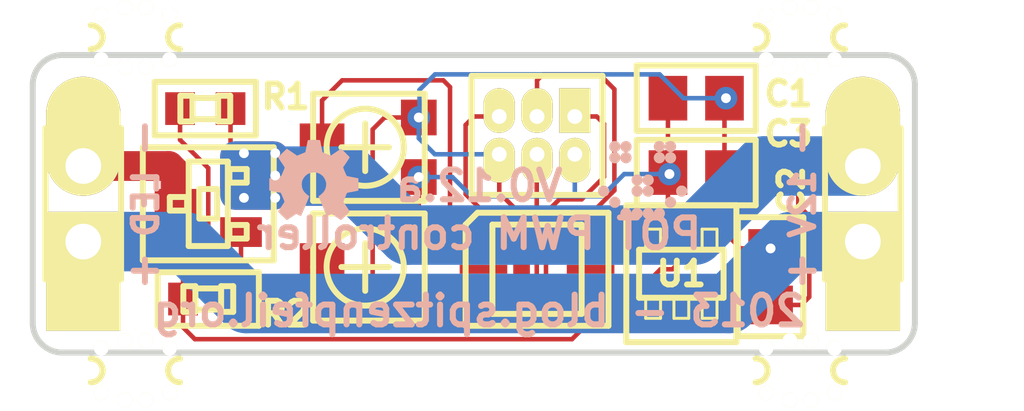
<source format=kicad_pcb>
(kicad_pcb (version 3) (host pcbnew "(2013-08-08 BZR 4279)-product")

  (general
    (links 31)
    (no_connects 0)
    (area 71.419823 44.6476 111.616669 61.4524)
    (thickness 1.6002)
    (drawings 34)
    (tracks 168)
    (zones 0)
    (modules 20)
    (nets 15)
  )

  (page User 431.8 279.4)
  (title_block
    (title LED-strip_PWM)
    (date "24 May 2013")
    (rev 0.12.a)
    (company "2012 - blog.spitzenpfeil.org")
  )

  (layers
    (15 Front signal)
    (0 Back signal)
    (18 B.Paste user)
    (19 F.Paste user)
    (20 B.SilkS user)
    (21 F.SilkS user)
    (22 B.Mask user)
    (23 F.Mask user)
    (24 Dwgs.User user)
    (25 Cmts.User user)
    (26 Eco1.User user)
    (28 Edge.Cuts user)
  )

  (setup
    (last_trace_width 0.1524)
    (user_trace_width 0.1524)
    (user_trace_width 1)
    (user_trace_width 1.5)
    (user_trace_width 2)
    (user_trace_width 2.5)
    (trace_clearance 0.1524)
    (zone_clearance 0.15)
    (zone_45_only yes)
    (trace_min 0.1524)
    (segment_width 1)
    (edge_width 0.2)
    (via_size 0.762)
    (via_drill 0.3302)
    (via_min_size 0.6)
    (via_min_drill 0.3)
    (uvia_size 0.508)
    (uvia_drill 0.127)
    (uvias_allowed no)
    (uvia_min_size 0.508)
    (uvia_min_drill 0.127)
    (pcb_text_width 0.2)
    (pcb_text_size 1 1)
    (mod_edge_width 0.2)
    (mod_text_size 0.8 0.8)
    (mod_text_width 0.2)
    (pad_size 1.05 1.5)
    (pad_drill 0.5)
    (pad_to_mask_clearance 0)
    (pad_to_paste_clearance_ratio -0.06)
    (aux_axis_origin 0 0)
    (visible_elements 7FFFFF7F)
    (pcbplotparams
      (layerselection 318275585)
      (usegerberextensions true)
      (excludeedgelayer true)
      (linewidth 0.150000)
      (plotframeref false)
      (viasonmask false)
      (mode 1)
      (useauxorigin false)
      (hpglpennumber 1)
      (hpglpenspeed 20)
      (hpglpendiameter 15)
      (hpglpenoverlay 0)
      (psnegative false)
      (psa4output false)
      (plotreference true)
      (plotvalue true)
      (plotothertext true)
      (plotinvisibletext false)
      (padsonsilk false)
      (subtractmaskfromsilk true)
      (outputformat 1)
      (mirror false)
      (drillshape 0)
      (scaleselection 1)
      (outputdirectory gerber_files/))
  )

  (net 0 "")
  (net 1 /MISO)
  (net 2 /MOSI)
  (net 3 /POT1)
  (net 4 /POT2)
  (net 5 /RESET)
  (net 6 /SCK)
  (net 7 /Vin)
  (net 8 /drain)
  (net 9 GND)
  (net 10 GNDPWR)
  (net 11 N-000004)
  (net 12 N-000005)
  (net 13 N-000006)
  (net 14 VCC)

  (net_class Default "This is the default net class."
    (clearance 0.1524)
    (trace_width 0.1524)
    (via_dia 0.762)
    (via_drill 0.3302)
    (uvia_dia 0.508)
    (uvia_drill 0.127)
    (add_net "")
    (add_net /MISO)
    (add_net /MOSI)
    (add_net /POT1)
    (add_net /POT2)
    (add_net /RESET)
    (add_net /SCK)
    (add_net /drain)
    (add_net N-000004)
    (add_net N-000005)
    (add_net N-000006)
  )

  (net_class Power ""
    (clearance 0.1524)
    (trace_width 0.1524)
    (via_dia 0.762)
    (via_drill 0.3302)
    (uvia_dia 0.508)
    (uvia_drill 0.127)
    (add_net /Vin)
    (add_net GND)
    (add_net GNDPWR)
    (add_net VCC)
  )

  (module MADW__PIN_ARRAY_3x2_1.27mm (layer Front) (tedit 51DAD745) (tstamp 51A00529)
    (at 92.95 50.7 180)
    (descr "Male 3x2 header with 1.27mm raster")
    (tags "CONN, header, male, 3x2, 1.27mm")
    (path /4F6EC6BB)
    (clearance 0.15)
    (fp_text reference JP1 (at 0 -3.1 180) (layer F.SilkS) hide
      (effects (font (size 0.8 0.8) (thickness 0.2)))
    )
    (fp_text value ISP (at 0 3.3 180) (layer F.SilkS) hide
      (effects (font (size 0.8 0.8) (thickness 0.2)))
    )
    (fp_line (start 2.2 -2) (end -2.2 -2) (layer F.SilkS) (width 0.2))
    (fp_line (start -2.2 -2) (end -2.2 2) (layer F.SilkS) (width 0.2))
    (fp_line (start 2.2 -2) (end 2.2 2) (layer F.SilkS) (width 0.2))
    (fp_line (start 2.2 2) (end -2.2 2) (layer F.SilkS) (width 0.2))
    (pad 1 thru_hole rect (at -1.27 0.635 180) (size 1.05 1.5) (drill 0.5 (offset 0 0.2))
      (layers *.Cu F.SilkS F.Mask)
      (net 1 /MISO)
    )
    (pad 2 thru_hole oval (at -1.27 -0.635 180) (size 1.05 1.5) (drill 0.5 (offset 0 -0.2))
      (layers *.Cu F.SilkS F.Mask)
      (net 14 VCC)
    )
    (pad 3 thru_hole oval (at 0 0.635 180) (size 1.05 1.5) (drill 0.5 (offset 0 0.2))
      (layers *.Cu F.SilkS F.Mask)
      (net 6 /SCK)
    )
    (pad 4 thru_hole oval (at 0 -0.635 180) (size 1.05 1.5) (drill 0.5 (offset 0 -0.2))
      (layers *.Cu F.SilkS F.Mask)
      (net 2 /MOSI)
    )
    (pad 5 thru_hole oval (at 1.27 0.635 180) (size 1.05 1.5) (drill 0.5 (offset 0 0.2))
      (layers *.Cu F.SilkS F.Mask)
      (net 5 /RESET)
    )
    (pad 6 thru_hole oval (at 1.27 -0.635 180) (size 1.05 1.5) (drill 0.5 (offset 0 -0.2))
      (layers *.Cu F.SilkS F.Mask)
      (net 9 GND)
    )
  )

  (module MADW__MLF10 (layer Front) (tedit 51D1C650) (tstamp 51A00159)
    (at 92.95 55.2)
    (path /51B1F1AE)
    (attr smd)
    (fp_text reference IC1 (at 0 0 90) (layer F.SilkS) hide
      (effects (font (size 0.8 0.8) (thickness 0.2)))
    )
    (fp_text value MADW__ATTINY13-MM (at 0 3.3) (layer F.SilkS) hide
      (effects (font (size 0.8 0.8) (thickness 0.2)))
    )
    (fp_line (start -2.4 -1.5) (end -2.4 1.9) (layer F.SilkS) (width 0.2))
    (fp_line (start -2 -1.9) (end 2.4 -1.9) (layer F.SilkS) (width 0.2))
    (fp_line (start -2 -1.9) (end -2.4 -1.5) (layer F.SilkS) (width 0.2))
    (fp_line (start 2.4 1.9) (end -2.4 1.9) (layer F.SilkS) (width 0.2))
    (fp_line (start 2.4 -1.9) (end 2.4 1.9) (layer F.SilkS) (width 0.2))
    (fp_line (start -1.5 -1.5) (end 1.5 -1.5) (layer F.SilkS) (width 0.2))
    (fp_line (start 1.5 -1.5) (end 1.5 1.5) (layer F.SilkS) (width 0.2))
    (fp_line (start 1.5 1.5) (end -1.5 1.5) (layer F.SilkS) (width 0.2))
    (fp_line (start -1.5 1.5) (end -1.5 -1.5) (layer F.SilkS) (width 0.2))
    (pad 1 smd rect (at -1.5 -1) (size 1.6 0.3) (drill (offset -0.3 0))
      (layers Front F.Paste F.Mask)
      (net 5 /RESET)
    )
    (pad 2 smd rect (at -1.5 -0.5) (size 1.6 0.3) (drill (offset -0.3 0))
      (layers Front F.Paste F.Mask)
      (net 3 /POT1)
    )
    (pad 3 smd rect (at -1.5 0) (size 1.6 0.3) (drill (offset -0.3 0))
      (layers Front F.Paste F.Mask)
      (net 12 N-000005)
    )
    (pad 4 smd rect (at -1.5 0.5) (size 1.6 0.3) (drill (offset -0.3 0))
      (layers Front F.Paste F.Mask)
      (net 4 /POT2)
    )
    (pad 5 smd rect (at -1.5 1) (size 1.6 0.3) (drill (offset -0.3 0))
      (layers Front F.Paste F.Mask)
      (net 9 GND)
    )
    (pad 6 smd rect (at 1.5 1) (size 1.6 0.3) (drill (offset 0.3 0))
      (layers Front F.Paste F.Mask)
      (net 2 /MOSI)
    )
    (pad 7 smd rect (at 1.5 0.5) (size 1.6 0.3) (drill (offset 0.3 0))
      (layers Front F.Paste F.Mask)
      (net 1 /MISO)
    )
    (pad 8 smd rect (at 1.5 0) (size 1.6 0.3) (drill (offset 0.3 0))
      (layers Front F.Paste F.Mask)
      (net 13 N-000006)
    )
    (pad 9 smd rect (at 1.5 -0.5) (size 1.6 0.3) (drill (offset 0.3 0))
      (layers Front F.Paste F.Mask)
      (net 6 /SCK)
    )
    (pad 10 smd rect (at 1.5 -1) (size 1.6 0.3) (drill (offset 0.3 0))
      (layers Front F.Paste F.Mask)
      (net 14 VCC)
    )
  )

  (module MADW__SMD-net-noin-0.5mm (layer Front) (tedit 511B72E3) (tstamp 51050176)
    (at 101.35 51.95)
    (path /50ED7F02)
    (fp_text reference NJ1 (at 0 -3.175) (layer F.SilkS) hide
      (effects (font (size 0.8 0.8) (thickness 0.2)))
    )
    (fp_text value NET-JOIN (at 1.524 2.794) (layer F.SilkS) hide
      (effects (font (size 0.8 0.8) (thickness 0.2)))
    )
    (fp_line (start -0.381 0.127) (end 0.381 0.127) (layer Front) (width 0.25))
    (fp_line (start -0.381 -0.127) (end 0.381 -0.127) (layer Front) (width 0.25))
    (fp_line (start -0.381 0) (end 0.381 0) (layer Front) (width 0.25))
    (pad 1 smd rect (at -0.381 0) (size 0.5 0.5)
      (layers Front)
      (net 9 GND)
    )
    (pad 2 smd rect (at 0.381 0) (size 0.5 0.5)
      (layers Front)
      (net 10 GNDPWR)
    )
  )

  (module MADW__SIL-2 (layer Front) (tedit 51A53670) (tstamp 51991833)
    (at 103.9 53 90)
    (descr "Connecteurs 2 pins")
    (tags "CONN DEV")
    (path /50B20DF4)
    (fp_text reference P1 (at 0 -2.54 90) (layer F.SilkS) hide
      (effects (font (size 0.8 0.8) (thickness 0.2)))
    )
    (fp_text value CONN_2 (at 0 2.54 90) (layer F.SilkS) hide
      (effects (font (size 0.8 0.8) (thickness 0.2)))
    )
    (fp_line (start -2.54 1.27) (end -2.54 -1.27) (layer F.SilkS) (width 0.2))
    (fp_line (start -2.54 -1.27) (end 2.54 -1.27) (layer F.SilkS) (width 0.2))
    (fp_line (start 2.54 -1.27) (end 2.54 1.27) (layer F.SilkS) (width 0.2))
    (fp_line (start 2.54 1.27) (end -2.54 1.27) (layer F.SilkS) (width 0.2))
    (pad 1 thru_hole rect (at -1.27 0 90) (size 4 2.5) (drill 1.2 (offset -1 0))
      (layers *.Cu *.Mask F.SilkS)
      (net 7 /Vin)
    )
    (pad 2 thru_hole oval (at 1.27 0 90) (size 4 2.5) (drill 1.2 (offset 1 0))
      (layers *.Cu *.Mask F.SilkS)
      (net 10 GNDPWR)
    )
  )

  (module MADW__SIL-2 (layer Front) (tedit 51A5363B) (tstamp 5199183C)
    (at 77.7 53 90)
    (descr "Connecteurs 2 pins")
    (tags "CONN DEV")
    (path /50B20CB2)
    (fp_text reference P2 (at 0 -2.54 90) (layer F.SilkS) hide
      (effects (font (size 0.8 0.8) (thickness 0.2)))
    )
    (fp_text value CONN_2 (at 0 2.54 90) (layer F.SilkS) hide
      (effects (font (size 0.8 0.8) (thickness 0.2)))
    )
    (fp_line (start -2.54 1.27) (end -2.54 -1.27) (layer F.SilkS) (width 0.2))
    (fp_line (start -2.54 -1.27) (end 2.54 -1.27) (layer F.SilkS) (width 0.2))
    (fp_line (start 2.54 -1.27) (end 2.54 1.27) (layer F.SilkS) (width 0.2))
    (fp_line (start 2.54 1.27) (end -2.54 1.27) (layer F.SilkS) (width 0.2))
    (pad 1 thru_hole rect (at -1.27 0 90) (size 4 2.5) (drill 1.2 (offset -1 0))
      (layers *.Cu *.Mask F.SilkS)
      (net 7 /Vin)
    )
    (pad 2 thru_hole oval (at 1.27 0 90) (size 4 2.5) (drill 1.2 (offset 1 0))
      (layers *.Cu *.Mask F.SilkS)
      (net 8 /drain)
    )
  )

  (module MADW__C0805 (layer Front) (tedit 52043284) (tstamp 51991A91)
    (at 98.3 49.45)
    (descr CAPACITOR)
    (tags CAPACITOR)
    (path /4F76EBA8)
    (attr smd)
    (fp_text reference C1 (at 3.1 -0.15 180) (layer F.SilkS)
      (effects (font (size 0.8 0.8) (thickness 0.2)))
    )
    (fp_text value 100nF (at 0 2.2) (layer F.SilkS) hide
      (effects (font (size 0.8 0.8) (thickness 0.2)))
    )
    (fp_line (start 2 -1.1) (end -2 -1.1) (layer F.SilkS) (width 0.2))
    (fp_line (start 2 -1.1) (end 2 1.1) (layer F.SilkS) (width 0.2))
    (fp_line (start 2 1.1) (end -2 1.1) (layer F.SilkS) (width 0.2))
    (fp_line (start -2 1.1) (end -2 -1.1) (layer F.SilkS) (width 0.2))
    (fp_line (start 0.2 -0.4) (end 0.2 0.4) (layer Dwgs.User) (width 0.1))
    (fp_line (start -0.2 -0.4) (end -0.2 0.4) (layer Dwgs.User) (width 0.1))
    (fp_line (start -0.2 0) (end -0.6 0) (layer Dwgs.User) (width 0.1))
    (fp_line (start 0.2 0) (end 0.6 0) (layer Dwgs.User) (width 0.1))
    (fp_line (start -1 -0.63) (end 1 -0.63) (layer Dwgs.User) (width 0.2))
    (fp_line (start 1 -0.63) (end 1 0.63) (layer Dwgs.User) (width 0.2))
    (fp_line (start 1 0.63) (end -1 0.63) (layer Dwgs.User) (width 0.2))
    (fp_line (start -1 0.63) (end -1 -0.63) (layer Dwgs.User) (width 0.2))
    (pad 1 smd rect (at -0.94996 0) (size 1.29794 1.4986)
      (layers Front F.Paste F.Mask)
      (net 14 VCC)
    )
    (pad 2 smd rect (at 0.94996 0) (size 1.29794 1.4986)
      (layers Front F.Paste F.Mask)
      (net 9 GND)
    )
  )

  (module MADW__C0805 (layer Front) (tedit 51991D77) (tstamp 51991AA2)
    (at 100.8 55.45 270)
    (descr CAPACITOR)
    (tags CAPACITOR)
    (path /4F76EB9D)
    (attr smd)
    (fp_text reference C2 (at -2.9 -0.7 270) (layer F.SilkS)
      (effects (font (size 0.8 0.8) (thickness 0.2)))
    )
    (fp_text value 100nF (at 0 2.2 270) (layer F.SilkS) hide
      (effects (font (size 0.8 0.8) (thickness 0.2)))
    )
    (fp_line (start 2 -1.1) (end -2 -1.1) (layer F.SilkS) (width 0.2))
    (fp_line (start 2 -1.1) (end 2 1.1) (layer F.SilkS) (width 0.2))
    (fp_line (start 2 1.1) (end -2 1.1) (layer F.SilkS) (width 0.2))
    (fp_line (start -2 1.1) (end -2 -1.1) (layer F.SilkS) (width 0.2))
    (fp_line (start 0.2 -0.4) (end 0.2 0.4) (layer Dwgs.User) (width 0.1))
    (fp_line (start -0.2 -0.4) (end -0.2 0.4) (layer Dwgs.User) (width 0.1))
    (fp_line (start -0.2 0) (end -0.6 0) (layer Dwgs.User) (width 0.1))
    (fp_line (start 0.2 0) (end 0.6 0) (layer Dwgs.User) (width 0.1))
    (fp_line (start -1 -0.63) (end 1 -0.63) (layer Dwgs.User) (width 0.2))
    (fp_line (start 1 -0.63) (end 1 0.63) (layer Dwgs.User) (width 0.2))
    (fp_line (start 1 0.63) (end -1 0.63) (layer Dwgs.User) (width 0.2))
    (fp_line (start -1 0.63) (end -1 -0.63) (layer Dwgs.User) (width 0.2))
    (pad 1 smd rect (at -0.94996 0 270) (size 1.29794 1.4986)
      (layers Front F.Paste F.Mask)
      (net 7 /Vin)
    )
    (pad 2 smd rect (at 0.94996 0 270) (size 1.29794 1.4986)
      (layers Front F.Paste F.Mask)
      (net 10 GNDPWR)
    )
  )

  (module MADW__C0805 (layer Front) (tedit 51991D6E) (tstamp 51991AB3)
    (at 98.3 51.95)
    (descr CAPACITOR)
    (tags CAPACITOR)
    (path /4F6EEE81)
    (attr smd)
    (fp_text reference C3 (at 3.1 -1.3) (layer F.SilkS)
      (effects (font (size 0.8 0.8) (thickness 0.2)))
    )
    (fp_text value 4.7µF (at 0 2.2) (layer F.SilkS) hide
      (effects (font (size 0.8 0.8) (thickness 0.2)))
    )
    (fp_line (start 2 -1.1) (end -2 -1.1) (layer F.SilkS) (width 0.2))
    (fp_line (start 2 -1.1) (end 2 1.1) (layer F.SilkS) (width 0.2))
    (fp_line (start 2 1.1) (end -2 1.1) (layer F.SilkS) (width 0.2))
    (fp_line (start -2 1.1) (end -2 -1.1) (layer F.SilkS) (width 0.2))
    (fp_line (start 0.2 -0.4) (end 0.2 0.4) (layer Dwgs.User) (width 0.1))
    (fp_line (start -0.2 -0.4) (end -0.2 0.4) (layer Dwgs.User) (width 0.1))
    (fp_line (start -0.2 0) (end -0.6 0) (layer Dwgs.User) (width 0.1))
    (fp_line (start 0.2 0) (end 0.6 0) (layer Dwgs.User) (width 0.1))
    (fp_line (start -1 -0.63) (end 1 -0.63) (layer Dwgs.User) (width 0.2))
    (fp_line (start 1 -0.63) (end 1 0.63) (layer Dwgs.User) (width 0.2))
    (fp_line (start 1 0.63) (end -1 0.63) (layer Dwgs.User) (width 0.2))
    (fp_line (start -1 0.63) (end -1 -0.63) (layer Dwgs.User) (width 0.2))
    (pad 1 smd rect (at -0.94996 0) (size 1.29794 1.4986)
      (layers Front F.Paste F.Mask)
      (net 14 VCC)
    )
    (pad 2 smd rect (at 0.94996 0) (size 1.29794 1.4986)
      (layers Front F.Paste F.Mask)
      (net 9 GND)
    )
  )

  (module MADW__R0603_2 (layer Front) (tedit 519FCED7) (tstamp 51991873)
    (at 81.8 49.8 180)
    (descr RESISTOR)
    (tags RESISTOR)
    (path /50B51D62)
    (attr smd)
    (fp_text reference R1 (at -2.7 0.4 360) (layer F.SilkS)
      (effects (font (size 0.8 0.8) (thickness 0.2)))
    )
    (fp_text value 100k (at 0 2.1 180) (layer F.SilkS) hide
      (effects (font (size 0.8 0.8) (thickness 0.2)))
    )
    (fp_line (start -1.7 -0.9) (end 1.7 -0.9) (layer F.SilkS) (width 0.2))
    (fp_line (start 1.7 -0.9) (end 1.7 0.9) (layer F.SilkS) (width 0.2))
    (fp_line (start 1.7 0.9) (end -1.7 0.9) (layer F.SilkS) (width 0.2))
    (fp_line (start -1.7 0.9) (end -1.7 -0.9) (layer F.SilkS) (width 0.2))
    (fp_line (start 0.4318 0.4318) (end 0.8382 0.4318) (layer F.SilkS) (width 0.2))
    (fp_line (start 0.8382 0.4318) (end 0.8382 -0.4318) (layer F.SilkS) (width 0.2))
    (fp_line (start 0.4318 -0.4318) (end 0.8382 -0.4318) (layer F.SilkS) (width 0.2))
    (fp_line (start 0.4318 0.4318) (end 0.4318 -0.4318) (layer F.SilkS) (width 0.2))
    (fp_line (start -0.8382 0.4318) (end -0.4318 0.4318) (layer F.SilkS) (width 0.2))
    (fp_line (start -0.4318 0.4318) (end -0.4318 -0.4318) (layer F.SilkS) (width 0.2))
    (fp_line (start -0.8382 -0.4318) (end -0.4318 -0.4318) (layer F.SilkS) (width 0.2))
    (fp_line (start -0.8382 0.4318) (end -0.8382 -0.4318) (layer F.SilkS) (width 0.2))
    (fp_line (start -0.4318 0.3556) (end 0.4318 0.3556) (layer F.SilkS) (width 0.2))
    (fp_line (start 0.4318 -0.3556) (end -0.4318 -0.3556) (layer F.SilkS) (width 0.2))
    (pad 1 smd rect (at -0.84836 0 180) (size 0.99822 1.09982)
      (layers Front F.Paste F.Mask)
      (net 10 GNDPWR)
    )
    (pad 2 smd rect (at 0.84836 0 180) (size 0.99822 1.09982)
      (layers Front F.Paste F.Mask)
      (net 2 /MOSI)
    )
  )

  (module MADW__R0603_2 (layer Front) (tedit 519FCED3) (tstamp 519FCE3A)
    (at 81.9 56.2)
    (descr RESISTOR)
    (tags RESISTOR)
    (path /4F6EEBD3)
    (attr smd)
    (fp_text reference R2 (at 2.6 0.5 180) (layer F.SilkS)
      (effects (font (size 0.8 0.8) (thickness 0.2)))
    )
    (fp_text value 150R (at 0 2.1) (layer F.SilkS) hide
      (effects (font (size 0.8 0.8) (thickness 0.2)))
    )
    (fp_line (start -1.7 -0.9) (end 1.7 -0.9) (layer F.SilkS) (width 0.2))
    (fp_line (start 1.7 -0.9) (end 1.7 0.9) (layer F.SilkS) (width 0.2))
    (fp_line (start 1.7 0.9) (end -1.7 0.9) (layer F.SilkS) (width 0.2))
    (fp_line (start -1.7 0.9) (end -1.7 -0.9) (layer F.SilkS) (width 0.2))
    (fp_line (start 0.4318 0.4318) (end 0.8382 0.4318) (layer F.SilkS) (width 0.2))
    (fp_line (start 0.8382 0.4318) (end 0.8382 -0.4318) (layer F.SilkS) (width 0.2))
    (fp_line (start 0.4318 -0.4318) (end 0.8382 -0.4318) (layer F.SilkS) (width 0.2))
    (fp_line (start 0.4318 0.4318) (end 0.4318 -0.4318) (layer F.SilkS) (width 0.2))
    (fp_line (start -0.8382 0.4318) (end -0.4318 0.4318) (layer F.SilkS) (width 0.2))
    (fp_line (start -0.4318 0.4318) (end -0.4318 -0.4318) (layer F.SilkS) (width 0.2))
    (fp_line (start -0.8382 -0.4318) (end -0.4318 -0.4318) (layer F.SilkS) (width 0.2))
    (fp_line (start -0.8382 0.4318) (end -0.8382 -0.4318) (layer F.SilkS) (width 0.2))
    (fp_line (start -0.4318 0.3556) (end 0.4318 0.3556) (layer F.SilkS) (width 0.2))
    (fp_line (start 0.4318 -0.3556) (end -0.4318 -0.3556) (layer F.SilkS) (width 0.2))
    (pad 1 smd rect (at -0.84836 0) (size 0.99822 1.09982)
      (layers Front F.Paste F.Mask)
      (net 2 /MOSI)
    )
    (pad 2 smd rect (at 0.84836 0) (size 0.99822 1.09982)
      (layers Front F.Paste F.Mask)
      (net 11 N-000004)
    )
  )

  (module MADW__TC33X-POT (layer Front) (tedit 51A00109) (tstamp 51A0050B)
    (at 87.175 51.1 90)
    (path /519FCA8A)
    (fp_text reference RV1 (at -0.01 -3.44 90) (layer F.SilkS) hide
      (effects (font (size 0.8 0.8) (thickness 0.2)))
    )
    (fp_text value 50k (at 0 3.85064 90) (layer F.SilkS) hide
      (effects (font (size 0.8 0.8) (thickness 0.2)))
    )
    (fp_line (start -0.8001 0) (end 0.8001 0) (layer F.SilkS) (width 0.2))
    (fp_line (start 0 -0.8001) (end 0 0.8001) (layer F.SilkS) (width 0.2))
    (fp_circle (center 0 0) (end 1.15062 0.59944) (layer F.SilkS) (width 0.2))
    (fp_line (start 0 -1.75006) (end 1.80086 -1.75006) (layer F.SilkS) (width 0.2))
    (fp_line (start 1.80086 -1.75006) (end 1.80086 1.99898) (layer F.SilkS) (width 0.2))
    (fp_line (start 1.80086 1.99898) (end -1.80086 1.99898) (layer F.SilkS) (width 0.2))
    (fp_line (start -1.80086 1.99898) (end -1.80086 -1.75006) (layer F.SilkS) (width 0.2))
    (fp_line (start -1.80086 -1.75006) (end 0 -1.75006) (layer F.SilkS) (width 0.2))
    (pad 1 smd rect (at -1.00076 1.80086 90) (size 1.19888 1.19888)
      (layers Front F.Paste F.Mask)
      (net 14 VCC)
    )
    (pad 3 smd rect (at 1.00076 1.80086 90) (size 1.19888 1.19888)
      (layers Front F.Paste F.Mask)
      (net 9 GND)
    )
    (pad 2 smd rect (at 0 -1.45034 90) (size 1.6002 1.50114)
      (layers Front F.Paste F.Mask)
      (net 3 /POT1)
    )
  )

  (module MADW__TC33X-POT (layer Front) (tedit 519FCB6D) (tstamp 519FCC4F)
    (at 87.175 55.125 90)
    (path /519FCA99)
    (fp_text reference RV2 (at -0.01 -3.44 90) (layer F.SilkS) hide
      (effects (font (size 0.8 0.8) (thickness 0.2)))
    )
    (fp_text value 50k (at 0 3.85064 90) (layer F.SilkS) hide
      (effects (font (size 0.8 0.8) (thickness 0.2)))
    )
    (fp_line (start -0.8001 0) (end 0.8001 0) (layer F.SilkS) (width 0.2))
    (fp_line (start 0 -0.8001) (end 0 0.8001) (layer F.SilkS) (width 0.2))
    (fp_circle (center 0 0) (end 1.15062 0.59944) (layer F.SilkS) (width 0.2))
    (fp_line (start 0 -1.75006) (end 1.80086 -1.75006) (layer F.SilkS) (width 0.2))
    (fp_line (start 1.80086 -1.75006) (end 1.80086 1.99898) (layer F.SilkS) (width 0.2))
    (fp_line (start 1.80086 1.99898) (end -1.80086 1.99898) (layer F.SilkS) (width 0.2))
    (fp_line (start -1.80086 1.99898) (end -1.80086 -1.75006) (layer F.SilkS) (width 0.2))
    (fp_line (start -1.80086 -1.75006) (end 0 -1.75006) (layer F.SilkS) (width 0.2))
    (pad 1 smd rect (at -1.00076 1.80086 90) (size 1.19888 1.19888)
      (layers Front F.Paste F.Mask)
      (net 9 GND)
    )
    (pad 3 smd rect (at 1.00076 1.80086 90) (size 1.19888 1.19888)
      (layers Front F.Paste F.Mask)
      (net 14 VCC)
    )
    (pad 2 smd rect (at 0 -1.45034 90) (size 1.6002 1.50114)
      (layers Front F.Paste F.Mask)
      (net 4 /POT2)
    )
  )

  (module MADW__SOT23 (layer Front) (tedit 519FE6EE) (tstamp 519FDA42)
    (at 81.9 53 90)
    (descr "SMALL OUTLINE TRANSISTOR")
    (tags "SMALL OUTLINE TRANSISTOR")
    (path /519FBEE4)
    (attr smd)
    (fp_text reference T1 (at 0 -3 90) (layer F.SilkS) hide
      (effects (font (size 0.8 0.8) (thickness 0.2)))
    )
    (fp_text value AO3400 (at 0 3.2 90) (layer F.SilkS) hide
      (effects (font (size 0.8 0.8) (thickness 0.2)))
    )
    (fp_line (start 1.9 -2.2) (end 1.9 2.2) (layer F.SilkS) (width 0.2))
    (fp_line (start 1.9 2.2) (end -1.9 2.2) (layer F.SilkS) (width 0.2))
    (fp_line (start -1.9 2.2) (end -1.9 -2.2) (layer F.SilkS) (width 0.2))
    (fp_line (start -1.9 -2.2) (end 1.9 -2.2) (layer F.SilkS) (width 0.2))
    (fp_line (start -0.2286 -0.7112) (end 0.2286 -0.7112) (layer F.SilkS) (width 0.2))
    (fp_line (start 0.2286 -0.7112) (end 0.2286 -1.29286) (layer F.SilkS) (width 0.2))
    (fp_line (start -0.2286 -1.29286) (end 0.2286 -1.29286) (layer F.SilkS) (width 0.2))
    (fp_line (start -0.2286 -0.7112) (end -0.2286 -1.29286) (layer F.SilkS) (width 0.2))
    (fp_line (start 0.7112 1.29286) (end 1.1684 1.29286) (layer F.SilkS) (width 0.2))
    (fp_line (start 1.1684 1.29286) (end 1.1684 0.7112) (layer F.SilkS) (width 0.2))
    (fp_line (start 0.7112 0.7112) (end 1.1684 0.7112) (layer F.SilkS) (width 0.2))
    (fp_line (start 0.7112 1.29286) (end 0.7112 0.7112) (layer F.SilkS) (width 0.2))
    (fp_line (start -1.1684 1.29286) (end -0.7112 1.29286) (layer F.SilkS) (width 0.2))
    (fp_line (start -0.7112 1.29286) (end -0.7112 0.7112) (layer F.SilkS) (width 0.2))
    (fp_line (start -1.1684 0.7112) (end -0.7112 0.7112) (layer F.SilkS) (width 0.2))
    (fp_line (start -1.1684 1.29286) (end -1.1684 0.7112) (layer F.SilkS) (width 0.2))
    (fp_line (start -0.49784 0.29972) (end 0.49784 0.29972) (layer F.SilkS) (width 0.2))
    (fp_line (start 0.49784 0.29972) (end 0.49784 -0.29972) (layer F.SilkS) (width 0.2))
    (fp_line (start -0.49784 -0.29972) (end 0.49784 -0.29972) (layer F.SilkS) (width 0.2))
    (fp_line (start -0.49784 0.29972) (end -0.49784 -0.29972) (layer F.SilkS) (width 0.2))
    (fp_line (start 1.41986 -0.65786) (end 1.41986 0.65786) (layer F.SilkS) (width 0.2))
    (fp_line (start 1.41986 0.65786) (end -1.41986 0.65786) (layer F.SilkS) (width 0.2))
    (fp_line (start -1.41986 0.65786) (end -1.41986 -0.65786) (layer F.SilkS) (width 0.2))
    (fp_line (start -1.41986 -0.65786) (end 1.41986 -0.65786) (layer F.SilkS) (width 0.2))
    (pad 1 smd rect (at -0.95 1.1 90) (size 1 1.4)
      (layers Front F.Paste F.Mask)
      (net 11 N-000004)
    )
    (pad 2 smd rect (at 0.95 1.1 90) (size 1 1.4)
      (layers Front F.Paste F.Mask)
      (net 10 GNDPWR)
    )
    (pad 3 smd rect (at 0 -1.1 90) (size 1 1.4)
      (layers Front F.Paste F.Mask)
      (net 8 /drain)
    )
  )

  (module MADW__SOT23-5 (layer Front) (tedit 519FE6F7) (tstamp 519FC4C3)
    (at 97.8 55.35)
    (descr "SMALL OUTLINE TRANSISTOR")
    (tags "SMALL OUTLINE TRANSISTOR")
    (path /50ED7AA4)
    (attr smd)
    (fp_text reference U1 (at 0 0) (layer F.SilkS)
      (effects (font (size 0.8 0.8) (thickness 0.2)))
    )
    (fp_text value MCP1804-SOT23-5 (at 0 3.1) (layer F.SilkS) hide
      (effects (font (size 0.8 0.8) (thickness 0.2)))
    )
    (fp_line (start -1.85 -2.3) (end 1.85 -2.3) (layer F.SilkS) (width 0.2))
    (fp_line (start -1.85 -2.3) (end -1.85 2.3) (layer F.SilkS) (width 0.2))
    (fp_line (start -1.85 2.3) (end 1.85 2.3) (layer F.SilkS) (width 0.2))
    (fp_line (start 1.85 -2.3) (end 1.85 2.3) (layer F.SilkS) (width 0.2))
    (fp_line (start -1.41986 -0.80772) (end 1.41986 -0.80772) (layer F.SilkS) (width 0.2))
    (fp_line (start -1.41986 0.80772) (end 1.41986 0.80772) (layer F.SilkS) (width 0.2))
    (fp_line (start -1.19888 1.4986) (end -0.6985 1.4986) (layer F.SilkS) (width 0.1))
    (fp_line (start -0.6985 1.4986) (end -0.6985 0.84836) (layer F.SilkS) (width 0.1))
    (fp_line (start -1.19888 1.4986) (end -1.19888 0.84836) (layer F.SilkS) (width 0.1))
    (fp_line (start -0.24892 1.4986) (end 0.24892 1.4986) (layer F.SilkS) (width 0.1))
    (fp_line (start 0.24892 1.4986) (end 0.24892 0.84836) (layer F.SilkS) (width 0.1))
    (fp_line (start -0.24892 1.4986) (end -0.24892 0.84836) (layer F.SilkS) (width 0.1))
    (fp_line (start 0.6985 1.4986) (end 1.19888 1.4986) (layer F.SilkS) (width 0.1))
    (fp_line (start 1.19888 1.4986) (end 1.19888 0.84836) (layer F.SilkS) (width 0.1))
    (fp_line (start 0.6985 1.4986) (end 0.6985 0.84836) (layer F.SilkS) (width 0.1))
    (fp_line (start 1.19888 -0.84836) (end 1.19888 -1.4986) (layer F.SilkS) (width 0.1))
    (fp_line (start 0.6985 -1.4986) (end 1.19888 -1.4986) (layer F.SilkS) (width 0.1))
    (fp_line (start 0.6985 -0.84836) (end 0.6985 -1.4986) (layer F.SilkS) (width 0.1))
    (fp_line (start -0.6985 -0.84836) (end -0.6985 -1.4986) (layer F.SilkS) (width 0.1))
    (fp_line (start -1.19888 -1.4986) (end -0.6985 -1.4986) (layer F.SilkS) (width 0.1))
    (fp_line (start -1.19888 -0.84836) (end -1.19888 -1.4986) (layer F.SilkS) (width 0.1))
    (fp_line (start 1.41986 -0.80772) (end 1.41986 0.80772) (layer F.SilkS) (width 0.2))
    (fp_line (start -1.41986 0.80772) (end -1.41986 -0.80772) (layer F.SilkS) (width 0.2))
    (pad 1 smd rect (at -0.95 1.3) (size 0.65 1.25)
      (layers Front F.Paste F.Mask)
      (net 7 /Vin)
    )
    (pad 2 smd rect (at 0 1.3) (size 0.65 1.25)
      (layers Front F.Paste F.Mask)
      (net 10 GNDPWR)
    )
    (pad 3 smd rect (at 0.95 1.3) (size 0.65 1.25)
      (layers Front F.Paste F.Mask)
    )
    (pad 4 smd rect (at 0.95 -1.3) (size 0.65 1.25)
      (layers Front F.Paste F.Mask)
      (net 7 /Vin)
    )
    (pad 5 smd rect (at -0.95 -1.3) (size 0.65 1.25)
      (layers Front F.Paste F.Mask)
      (net 14 VCC)
    )
  )

  (module LED_smile_silkscreen_3mm (layer Back) (tedit 51A3B035) (tstamp 51A4700B)
    (at 96.5 52.2)
    (fp_text reference G2 (at 0 -1.7272) (layer B.SilkS) hide
      (effects (font (size 0.8 0.8) (thickness 0.2)) (justify mirror))
    )
    (fp_text value LED_smile_silkscreen_3mm (at 0 1.7272) (layer B.SilkS) hide
      (effects (font (size 0.8 0.8) (thickness 0.2)) (justify mirror))
    )
    (fp_poly (pts (xy 0.56642 1.31064) (xy 0.60452 1.30556) (xy 0.63754 1.2954) (xy 0.65278 1.28778)
      (xy 0.6858 1.26492) (xy 0.7112 1.23698) (xy 0.72898 1.2065) (xy 0.74168 1.17094)
      (xy 0.7493 1.13538) (xy 0.74676 1.09728) (xy 0.73914 1.06172) (xy 0.72136 1.02616)
      (xy 0.7112 1.01092) (xy 0.69596 0.99314) (xy 0.67818 0.9779) (xy 0.66294 0.9652)
      (xy 0.65786 0.96266) (xy 0.62484 0.94742) (xy 0.59182 0.9398) (xy 0.55372 0.93726)
      (xy 0.54102 0.93726) (xy 0.5207 0.9398) (xy 0.50292 0.94488) (xy 0.4826 0.95504)
      (xy 0.45974 0.9652) (xy 0.42926 0.9906) (xy 0.4064 1.02108) (xy 0.38608 1.0541)
      (xy 0.381 1.06934) (xy 0.37592 1.08966) (xy 0.37338 1.10236) (xy 0.37338 1.1049)
      (xy 0.37338 1.1049) (xy 0.37338 1.09728) (xy 0.37338 1.09728) (xy 0.36576 1.07188)
      (xy 0.35814 1.04902) (xy 0.34544 1.02616) (xy 0.32512 0.99822) (xy 0.29718 0.97282)
      (xy 0.26416 0.9525) (xy 0.22606 0.9398) (xy 0.18796 0.93726) (xy 0.1778 0.93726)
      (xy 0.14732 0.9398) (xy 0.11938 0.94742) (xy 0.1143 0.94996) (xy 0.08128 0.96774)
      (xy 0.05334 0.9906) (xy 0.03048 1.02108) (xy 0.0127 1.05156) (xy 0.00254 1.08458)
      (xy 0.00254 1.08712) (xy 0 1.09474) (xy 0 1.09982) (xy 0 1.09982)
      (xy 0 1.09474) (xy -0.00254 1.08458) (xy -0.00254 1.08204) (xy -0.01524 1.04902)
      (xy -0.03302 1.016) (xy -0.05588 0.98806) (xy -0.07874 0.97028) (xy -0.11176 0.9525)
      (xy -0.14732 0.9398) (xy -0.18796 0.93726) (xy -0.2159 0.9398) (xy -0.25146 0.94742)
      (xy -0.28702 0.9652) (xy -0.3175 0.98806) (xy -0.34036 1.01854) (xy -0.34544 1.02362)
      (xy -0.35306 1.03632) (xy -0.35814 1.04902) (xy -0.36068 1.05664) (xy -0.3683 1.07442)
      (xy -0.37084 1.08966) (xy -0.37338 1.10236) (xy -0.37338 1.1049) (xy -0.37338 1.1049)
      (xy -0.37592 1.09728) (xy -0.37846 1.07696) (xy -0.38862 1.05156) (xy -0.39878 1.0287)
      (xy -0.42164 0.99822) (xy -0.45212 0.97282) (xy -0.48514 0.9525) (xy -0.5207 0.9398)
      (xy -0.5588 0.93726) (xy -0.59436 0.9398) (xy -0.63246 0.94996) (xy -0.66548 0.96774)
      (xy -0.69596 0.99314) (xy -0.7112 1.01092) (xy -0.7239 1.03124) (xy -0.7366 1.0541)
      (xy -0.74168 1.07442) (xy -0.7493 1.11252) (xy -0.74676 1.14808) (xy -0.73914 1.18364)
      (xy -0.7239 1.21666) (xy -0.70358 1.2446) (xy -0.67818 1.27) (xy -0.6477 1.29032)
      (xy -0.61468 1.30302) (xy -0.57658 1.31064) (xy -0.5715 1.31064) (xy -0.5334 1.31064)
      (xy -0.49784 1.30048) (xy -0.46482 1.28524) (xy -0.45212 1.27508) (xy -0.42672 1.25476)
      (xy -0.40386 1.22682) (xy -0.38862 1.19888) (xy -0.38608 1.18872) (xy -0.381 1.17348)
      (xy -0.37592 1.1557) (xy -0.37338 1.143) (xy -0.37338 1.13538) (xy -0.37338 1.143)
      (xy -0.37338 1.15062) (xy -0.3683 1.16586) (xy -0.36322 1.18618) (xy -0.35814 1.20142)
      (xy -0.34798 1.2192) (xy -0.32512 1.24968) (xy -0.29718 1.27508) (xy -0.26416 1.2954)
      (xy -0.22606 1.3081) (xy -0.22098 1.3081) (xy -0.19558 1.31064) (xy -0.16764 1.31064)
      (xy -0.14224 1.30556) (xy -0.11684 1.29794) (xy -0.08382 1.28016) (xy -0.0508 1.25476)
      (xy -0.0508 1.25222) (xy -0.02794 1.22682) (xy -0.0127 1.1938) (xy -0.00254 1.16332)
      (xy -0.00254 1.16078) (xy 0 1.15316) (xy 0 1.14808) (xy 0 1.15062)
      (xy 0.00254 1.15824) (xy 0.00254 1.16078) (xy 0.00762 1.1811) (xy 0.01524 1.20142)
      (xy 0.02794 1.22174) (xy 0.04318 1.2446) (xy 0.07112 1.27254) (xy 0.10414 1.29286)
      (xy 0.14224 1.30556) (xy 0.14732 1.3081) (xy 0.17272 1.31064) (xy 0.20066 1.31064)
      (xy 0.22606 1.3081) (xy 0.24638 1.30048) (xy 0.28194 1.28524) (xy 0.31242 1.26238)
      (xy 0.33782 1.23444) (xy 0.35814 1.20142) (xy 0.36068 1.19126) (xy 0.3683 1.17348)
      (xy 0.37084 1.1557) (xy 0.37338 1.143) (xy 0.37338 1.143) (xy 0.37338 1.143)
      (xy 0.37592 1.15062) (xy 0.37592 1.15062) (xy 0.381 1.17348) (xy 0.39116 1.19888)
      (xy 0.40132 1.22174) (xy 0.4064 1.22936) (xy 0.42926 1.2573) (xy 0.45974 1.28016)
      (xy 0.49276 1.29794) (xy 0.52832 1.3081) (xy 0.56642 1.31064)) (layer B.SilkS) (width 0.00254))
    (fp_poly (pts (xy -0.94742 0.93726) (xy -0.92456 0.93472) (xy -0.90424 0.93472) (xy -0.87884 0.9271)
      (xy -0.84328 0.91186) (xy -0.8128 0.889) (xy -0.7874 0.86106) (xy -0.76708 0.82804)
      (xy -0.75438 0.79248) (xy -0.7493 0.75438) (xy -0.75184 0.71628) (xy -0.762 0.68072)
      (xy -0.77724 0.6477) (xy -0.80264 0.61722) (xy -0.83312 0.59182) (xy -0.84074 0.58674)
      (xy -0.87884 0.5715) (xy -0.9144 0.56134) (xy -0.95504 0.56134) (xy -0.99314 0.56896)
      (xy -1.02362 0.58166) (xy -1.05664 0.60452) (xy -1.08204 0.63246) (xy -1.1049 0.66548)
      (xy -1.1176 0.70358) (xy -1.12268 0.72136) (xy -1.12268 0.74676) (xy -1.12268 0.76962)
      (xy -1.12014 0.78994) (xy -1.1176 0.79756) (xy -1.10236 0.83566) (xy -1.08204 0.86868)
      (xy -1.05156 0.89662) (xy -1.01854 0.91694) (xy -1.0033 0.92456) (xy -0.98044 0.93218)
      (xy -0.96012 0.93472) (xy -0.94742 0.93726)) (layer B.SilkS) (width 0.00254))
    (fp_poly (pts (xy 0.9398 0.93726) (xy 0.9779 0.93218) (xy 1.016 0.91948) (xy 1.05156 0.89662)
      (xy 1.05918 0.89154) (xy 1.08458 0.8636) (xy 1.1049 0.83058) (xy 1.1176 0.79502)
      (xy 1.12268 0.7747) (xy 1.12268 0.75184) (xy 1.12268 0.72644) (xy 1.12014 0.70866)
      (xy 1.1176 0.6985) (xy 1.10236 0.6604) (xy 1.08204 0.62992) (xy 1.0541 0.60198)
      (xy 1.02108 0.58166) (xy 0.98552 0.56896) (xy 0.94742 0.56134) (xy 0.93218 0.56134)
      (xy 0.89408 0.56642) (xy 0.85852 0.57658) (xy 0.82804 0.5969) (xy 0.8001 0.61976)
      (xy 0.77724 0.65024) (xy 0.762 0.68326) (xy 0.75184 0.71882) (xy 0.7493 0.75692)
      (xy 0.75184 0.77978) (xy 0.75692 0.8001) (xy 0.76454 0.82296) (xy 0.77978 0.8509)
      (xy 0.80264 0.88138) (xy 0.83312 0.90424) (xy 0.86614 0.92202) (xy 0.9017 0.93218)
      (xy 0.9398 0.93726)) (layer B.SilkS) (width 0.00254))
    (fp_poly (pts (xy -1.3208 0.56134) (xy -1.2954 0.56134) (xy -1.27254 0.55626) (xy -1.2446 0.54864)
      (xy -1.21158 0.53086) (xy -1.17856 0.50546) (xy -1.15824 0.4826) (xy -1.14046 0.44958)
      (xy -1.12776 0.41402) (xy -1.12522 0.39878) (xy -1.12522 0.37592) (xy -1.12522 0.35306)
      (xy -1.12776 0.33528) (xy -1.1303 0.32258) (xy -1.14554 0.28702) (xy -1.16586 0.254)
      (xy -1.1938 0.22606) (xy -1.22936 0.20574) (xy -1.24206 0.20066) (xy -1.26492 0.1905)
      (xy -1.29032 0.18796) (xy -1.31826 0.18796) (xy -1.33604 0.18796) (xy -1.35636 0.1905)
      (xy -1.37414 0.19558) (xy -1.39446 0.20574) (xy -1.40716 0.21336) (xy -1.43764 0.23622)
      (xy -1.46304 0.26416) (xy -1.48336 0.29972) (xy -1.49606 0.33782) (xy -1.49606 0.34544)
      (xy -1.4986 0.3683) (xy -1.4986 0.39116) (xy -1.49606 0.41148) (xy -1.49352 0.42418)
      (xy -1.47828 0.45974) (xy -1.45542 0.49276) (xy -1.43002 0.5207) (xy -1.39446 0.54102)
      (xy -1.3589 0.55626) (xy -1.3462 0.5588) (xy -1.3208 0.56134)) (layer B.SilkS) (width 0.00254))
    (fp_poly (pts (xy 0.18288 0.56134) (xy 0.21844 0.5588) (xy 0.254 0.54864) (xy 0.27686 0.53848)
      (xy 0.30734 0.51562) (xy 0.33528 0.48768) (xy 0.3556 0.45466) (xy 0.3683 0.4191)
      (xy 0.37084 0.41148) (xy 0.37338 0.381) (xy 0.37338 0.35306) (xy 0.36576 0.32004)
      (xy 0.35052 0.28194) (xy 0.32766 0.25146) (xy 0.29972 0.22606) (xy 0.2667 0.20574)
      (xy 0.2286 0.1905) (xy 0.20574 0.18542) (xy 0.21844 0.18288) (xy 0.22098 0.18288)
      (xy 0.24638 0.17526) (xy 0.27432 0.16256) (xy 0.30226 0.14732) (xy 0.3048 0.14224)
      (xy 0.33274 0.11684) (xy 0.35306 0.08382) (xy 0.36576 0.04826) (xy 0.37338 0.0127)
      (xy 0.37338 -0.02286) (xy 0.36322 -0.05842) (xy 0.34798 -0.09398) (xy 0.34798 -0.09652)
      (xy 0.32258 -0.127) (xy 0.29464 -0.1524) (xy 0.26416 -0.17018) (xy 0.2286 -0.18034)
      (xy 0.19304 -0.18542) (xy 0.15748 -0.18288) (xy 0.12192 -0.17526) (xy 0.0889 -0.15748)
      (xy 0.05588 -0.13462) (xy 0.04064 -0.11684) (xy 0.02286 -0.0889) (xy 0.00762 -0.06096)
      (xy 0.00254 -0.03302) (xy 0 -0.0254) (xy 0 -0.02286) (xy 0 -0.0254)
      (xy -0.00254 -0.03302) (xy -0.00762 -0.05842) (xy -0.02032 -0.08382) (xy -0.03556 -0.10922)
      (xy -0.04572 -0.12192) (xy -0.07366 -0.14732) (xy -0.10668 -0.16764) (xy -0.14224 -0.18034)
      (xy -0.18034 -0.18542) (xy -0.21844 -0.18288) (xy -0.2413 -0.1778) (xy -0.27686 -0.16256)
      (xy -0.30734 -0.14224) (xy -0.33528 -0.1143) (xy -0.3556 -0.08128) (xy -0.3683 -0.04318)
      (xy -0.37084 -0.0254) (xy -0.37338 0.0127) (xy -0.36576 0.04826) (xy -0.35306 0.08382)
      (xy -0.33274 0.11684) (xy -0.3048 0.14224) (xy -0.27178 0.1651) (xy -0.25654 0.17272)
      (xy -0.23876 0.1778) (xy -0.22352 0.18288) (xy -0.21082 0.18542) (xy -0.21082 0.18542)
      (xy -0.21082 0.18542) (xy -0.21844 0.18796) (xy -0.23622 0.19304) (xy -0.26162 0.2032)
      (xy -0.28448 0.21336) (xy -0.29464 0.22098) (xy -0.32004 0.24384) (xy -0.3429 0.26924)
      (xy -0.35814 0.29718) (xy -0.3683 0.3302) (xy -0.37338 0.36322) (xy -0.37338 0.39624)
      (xy -0.37084 0.40132) (xy -0.36068 0.44196) (xy -0.3429 0.47498) (xy -0.3175 0.50546)
      (xy -0.29718 0.52578) (xy -0.26416 0.5461) (xy -0.22606 0.55626) (xy -0.21336 0.5588)
      (xy -0.19304 0.56134) (xy -0.17018 0.5588) (xy -0.14986 0.5588) (xy -0.13462 0.55372)
      (xy -0.12192 0.55118) (xy -0.08636 0.5334) (xy -0.05588 0.508) (xy -0.03048 0.47752)
      (xy -0.02032 0.46228) (xy -0.01016 0.43688) (xy -0.00254 0.41148) (xy -0.00254 0.41148)
      (xy 0 0.40132) (xy 0 0.39878) (xy 0 0.39878) (xy 0 0.34798)
      (xy 0 0.34798) (xy 0 0.34544) (xy -0.00254 0.33528) (xy -0.00254 0.33274)
      (xy -0.01524 0.29972) (xy -0.03302 0.2667) (xy -0.05588 0.23876) (xy -0.08382 0.2159)
      (xy -0.11684 0.20066) (xy -0.11938 0.19812) (xy -0.13462 0.19304) (xy -0.14986 0.1905)
      (xy -0.16764 0.18542) (xy -0.1524 0.18288) (xy -0.12954 0.1778) (xy -0.09652 0.16256)
      (xy -0.06604 0.14224) (xy -0.0381 0.1143) (xy -0.01778 0.08382) (xy -0.0127 0.06858)
      (xy -0.00508 0.04826) (xy -0.00254 0.03302) (xy 0 0.0254) (xy 0 0.02286)
      (xy 0 0.0254) (xy 0.00254 0.03302) (xy 0.00508 0.04572) (xy 0.01016 0.06604)
      (xy 0.01778 0.08382) (xy 0.03048 0.10414) (xy 0.05588 0.13208) (xy 0.08382 0.15494)
      (xy 0.11684 0.17272) (xy 0.1524 0.18288) (xy 0.16764 0.18542) (xy 0.1524 0.1905)
      (xy 0.14986 0.1905) (xy 0.13208 0.19304) (xy 0.11684 0.20066) (xy 0.1143 0.20066)
      (xy 0.08128 0.21844) (xy 0.05334 0.2413) (xy 0.03048 0.26924) (xy 0.0127 0.30226)
      (xy 0.00254 0.33528) (xy 0.00254 0.33528) (xy 0 0.34544) (xy 0 0.34798)
      (xy 0 0.39878) (xy 0 0.39878) (xy 0 0.40386) (xy 0.00254 0.41148)
      (xy 0.01016 0.43688) (xy 0.0254 0.4699) (xy 0.04826 0.50038) (xy 0.0762 0.52578)
      (xy 0.10922 0.54356) (xy 0.10922 0.54356) (xy 0.14478 0.55626) (xy 0.18288 0.56134)) (layer B.SilkS) (width 0.00254))
    (fp_poly (pts (xy 1.29794 0.56134) (xy 1.32842 0.56134) (xy 1.35636 0.55626) (xy 1.37414 0.55118)
      (xy 1.4097 0.5334) (xy 1.44018 0.51054) (xy 1.46558 0.4826) (xy 1.48336 0.44958)
      (xy 1.49352 0.41402) (xy 1.4986 0.37338) (xy 1.4986 0.35814) (xy 1.49098 0.32004)
      (xy 1.47574 0.28448) (xy 1.45288 0.24892) (xy 1.44526 0.24384) (xy 1.41986 0.22098)
      (xy 1.38938 0.2032) (xy 1.35636 0.1905) (xy 1.35382 0.1905) (xy 1.32588 0.18796)
      (xy 1.2954 0.18796) (xy 1.26746 0.1905) (xy 1.2573 0.19304) (xy 1.22174 0.20828)
      (xy 1.19126 0.23114) (xy 1.16586 0.25654) (xy 1.14554 0.28702) (xy 1.1303 0.32004)
      (xy 1.12522 0.35814) (xy 1.12522 0.39624) (xy 1.13284 0.43434) (xy 1.14554 0.46228)
      (xy 1.1684 0.49276) (xy 1.19634 0.5207) (xy 1.22682 0.54102) (xy 1.26492 0.55626)
      (xy 1.26746 0.55626) (xy 1.29794 0.56134)) (layer B.SilkS) (width 0.00254))
    (fp_poly (pts (xy -0.55626 -0.56134) (xy -0.51816 -0.56642) (xy -0.4826 -0.57912) (xy -0.46482 -0.58674)
      (xy -0.44958 -0.59944) (xy -0.4318 -0.61468) (xy -0.41148 -0.635) (xy -0.39116 -0.66802)
      (xy -0.37846 -0.70358) (xy -0.37592 -0.71374) (xy -0.37338 -0.73914) (xy -0.37338 -0.76454)
      (xy -0.37846 -0.7874) (xy -0.38862 -0.82042) (xy -0.40386 -0.85344) (xy -0.42672 -0.88138)
      (xy -0.4318 -0.88392) (xy -0.44958 -0.89916) (xy -0.4699 -0.91186) (xy -0.48768 -0.92202)
      (xy -0.4953 -0.92456) (xy -0.51054 -0.92964) (xy -0.52578 -0.93218) (xy -0.53594 -0.93472)
      (xy -0.54356 -0.93472) (xy -0.53594 -0.93726) (xy -0.52578 -0.9398) (xy -0.51562 -0.94234)
      (xy -0.50038 -0.94488) (xy -0.47244 -0.96012) (xy -0.4445 -0.97536) (xy -0.42418 -0.99568)
      (xy -0.4191 -1.00076) (xy -0.39624 -1.03378) (xy -0.381 -1.06934) (xy -0.37338 -1.1049)
      (xy -0.37338 -1.143) (xy -0.37592 -1.15316) (xy -0.38608 -1.19126) (xy -0.40386 -1.22428)
      (xy -0.42926 -1.2573) (xy -0.45212 -1.27508) (xy -0.48514 -1.2954) (xy -0.5207 -1.3081)
      (xy -0.52832 -1.3081) (xy -0.55372 -1.31064) (xy -0.57912 -1.31064) (xy -0.60452 -1.30556)
      (xy -0.62484 -1.30048) (xy -0.6604 -1.2827) (xy -0.69088 -1.25984) (xy -0.71374 -1.2319)
      (xy -0.73406 -1.19888) (xy -0.74422 -1.16332) (xy -0.74676 -1.15824) (xy -0.7493 -1.15062)
      (xy -0.7493 -1.14554) (xy -0.75184 -1.15062) (xy -0.75184 -1.15824) (xy -0.75438 -1.17348)
      (xy -0.762 -1.19126) (xy -0.76708 -1.2065) (xy -0.7747 -1.21666) (xy -0.79756 -1.24968)
      (xy -0.8255 -1.27508) (xy -0.85852 -1.2954) (xy -0.89408 -1.30556) (xy -0.93472 -1.31064)
      (xy -0.9652 -1.3081) (xy -1.00076 -1.30048) (xy -1.03378 -1.2827) (xy -1.0541 -1.27)
      (xy -1.08204 -1.24206) (xy -1.10236 -1.21158) (xy -1.1176 -1.17602) (xy -1.12268 -1.14046)
      (xy -1.12268 -1.10236) (xy -1.11506 -1.0668) (xy -1.09982 -1.03124) (xy -1.07696 -1.00076)
      (xy -1.04902 -0.97282) (xy -1.01346 -0.9525) (xy -0.97536 -0.9398) (xy -0.95504 -0.93472)
      (xy -0.96774 -0.93472) (xy -0.97536 -0.93218) (xy -1.00584 -0.92456) (xy -1.03378 -0.90932)
      (xy -1.06172 -0.889) (xy -1.08458 -0.86614) (xy -1.09728 -0.84582) (xy -1.10998 -0.82042)
      (xy -1.1176 -0.79502) (xy -1.12268 -0.7747) (xy -1.12268 -0.75184) (xy -1.12268 -0.72644)
      (xy -1.12014 -0.70866) (xy -1.11252 -0.6858) (xy -1.09474 -0.65024) (xy -1.07188 -0.61976)
      (xy -1.0414 -0.59436) (xy -1.00838 -0.57404) (xy -0.96774 -0.56388) (xy -0.95758 -0.56134)
      (xy -0.93472 -0.56134) (xy -0.91186 -0.56388) (xy -0.889 -0.56642) (xy -0.87376 -0.5715)
      (xy -0.8382 -0.58928) (xy -0.80772 -0.61214) (xy -0.78232 -0.64008) (xy -0.76454 -0.6731)
      (xy -0.75184 -0.7112) (xy -0.75184 -0.71374) (xy -0.7493 -0.7239) (xy -0.7493 -0.72136)
      (xy -0.7493 -0.7747) (xy -0.7493 -0.7747) (xy -0.75184 -0.78232) (xy -0.75184 -0.78486)
      (xy -0.75946 -0.81026) (xy -0.76962 -0.83566) (xy -0.78486 -0.86106) (xy -0.79756 -0.87376)
      (xy -0.8255 -0.9017) (xy -0.86106 -0.91948) (xy -0.89916 -0.93218) (xy -0.91694 -0.93726)
      (xy -0.90424 -0.9398) (xy -0.89154 -0.94234) (xy -0.88138 -0.94488) (xy -0.87376 -0.94742)
      (xy -0.8382 -0.96266) (xy -0.80772 -0.98806) (xy -0.78232 -1.016) (xy -0.76454 -1.04902)
      (xy -0.75184 -1.08458) (xy -0.75184 -1.0922) (xy -0.7493 -1.09728) (xy -0.74676 -1.09474)
      (xy -0.74422 -1.08458) (xy -0.74422 -1.08204) (xy -0.73914 -1.06172) (xy -0.72898 -1.0414)
      (xy -0.71882 -1.02108) (xy -0.70866 -1.00838) (xy -0.69088 -0.9906) (xy -0.6731 -0.97282)
      (xy -0.65532 -0.96012) (xy -0.65278 -0.96012) (xy -0.62484 -0.94742) (xy -0.59436 -0.9398)
      (xy -0.58166 -0.93726) (xy -0.5969 -0.93218) (xy -0.62992 -0.92456) (xy -0.66294 -0.90678)
      (xy -0.69342 -0.88392) (xy -0.71628 -0.85598) (xy -0.72136 -0.84582) (xy -0.73152 -0.82804)
      (xy -0.73914 -0.80772) (xy -0.74422 -0.78994) (xy -0.74676 -0.77724) (xy -0.74676 -0.77724)
      (xy -0.7493 -0.7747) (xy -0.7493 -0.72136) (xy -0.74676 -0.72136) (xy -0.74676 -0.71374)
      (xy -0.74422 -0.70358) (xy -0.73914 -0.69088) (xy -0.73152 -0.6731) (xy -0.71374 -0.64008)
      (xy -0.68834 -0.61214) (xy -0.6604 -0.58928) (xy -0.62738 -0.57404) (xy -0.59182 -0.56388)
      (xy -0.55626 -0.56134)) (layer B.SilkS) (width 0.00254))
    (fp_poly (pts (xy 0.5715 -0.56134) (xy 0.60706 -0.56642) (xy 0.64262 -0.57912) (xy 0.67564 -0.59944)
      (xy 0.70104 -0.62484) (xy 0.7239 -0.65532) (xy 0.73914 -0.69088) (xy 0.74422 -0.70358)
      (xy 0.74676 -0.71374) (xy 0.74676 -0.71628) (xy 0.7493 -0.7239) (xy 0.7493 -0.7239)
      (xy 0.7493 -0.7747) (xy 0.74676 -0.77978) (xy 0.74422 -0.79248) (xy 0.7366 -0.81534)
      (xy 0.72136 -0.84836) (xy 0.6985 -0.87884) (xy 0.66802 -0.9017) (xy 0.635 -0.92202)
      (xy 0.59944 -0.93218) (xy 0.58166 -0.93726) (xy 0.59436 -0.9398) (xy 0.59436 -0.9398)
      (xy 0.62484 -0.94742) (xy 0.65532 -0.96012) (xy 0.66548 -0.96774) (xy 0.6858 -0.98552)
      (xy 0.70358 -1.0033) (xy 0.71882 -1.02108) (xy 0.72644 -1.03632) (xy 0.73914 -1.06172)
      (xy 0.74422 -1.08204) (xy 0.74676 -1.0922) (xy 0.7493 -1.09728) (xy 0.7493 -1.09474)
      (xy 0.75184 -1.08458) (xy 0.75946 -1.05918) (xy 0.77724 -1.02362) (xy 0.80264 -0.99314)
      (xy 0.83058 -0.97028) (xy 0.8636 -0.94996) (xy 0.90424 -0.9398) (xy 0.91694 -0.93726)
      (xy 0.89916 -0.93218) (xy 0.88138 -0.9271) (xy 0.84582 -0.91186) (xy 0.8128 -0.889)
      (xy 0.7874 -0.86106) (xy 0.77724 -0.8509) (xy 0.76962 -0.83312) (xy 0.75946 -0.8128)
      (xy 0.75438 -0.8001) (xy 0.75184 -0.78486) (xy 0.75184 -0.78486) (xy 0.7493 -0.77724)
      (xy 0.7493 -0.7747) (xy 0.7493 -0.7239) (xy 0.7493 -0.72136) (xy 0.75184 -0.7112)
      (xy 0.75438 -0.6985) (xy 0.76708 -0.67056) (xy 0.77978 -0.64516) (xy 0.79248 -0.62992)
      (xy 0.82042 -0.60198) (xy 0.85344 -0.58166) (xy 0.89154 -0.56642) (xy 0.90678 -0.56388)
      (xy 0.93218 -0.56134) (xy 0.96012 -0.56388) (xy 0.98298 -0.56642) (xy 0.98552 -0.56642)
      (xy 1.02362 -0.58166) (xy 1.05664 -0.60452) (xy 1.08204 -0.63246) (xy 1.1049 -0.66548)
      (xy 1.1176 -0.70358) (xy 1.12268 -0.71882) (xy 1.12268 -0.74676) (xy 1.12268 -0.77216)
      (xy 1.1176 -0.79502) (xy 1.11252 -0.81534) (xy 1.09982 -0.84074) (xy 1.08458 -0.86614)
      (xy 1.0668 -0.88392) (xy 1.04394 -0.9017) (xy 1.01854 -0.91694) (xy 1.01092 -0.92202)
      (xy 0.99314 -0.9271) (xy 0.97536 -0.93218) (xy 0.96266 -0.93472) (xy 0.96012 -0.93472)
      (xy 0.9652 -0.93726) (xy 0.97536 -0.9398) (xy 0.99822 -0.94742) (xy 1.02108 -0.95758)
      (xy 1.0414 -0.96774) (xy 1.04648 -0.97282) (xy 1.07188 -0.99314) (xy 1.0922 -1.02108)
      (xy 1.10744 -1.04902) (xy 1.11506 -1.06172) (xy 1.12268 -1.09982) (xy 1.12268 -1.13792)
      (xy 1.1176 -1.17602) (xy 1.11506 -1.18364) (xy 1.09728 -1.2192) (xy 1.07442 -1.24968)
      (xy 1.04648 -1.27508) (xy 1.01346 -1.2954) (xy 0.97536 -1.3081) (xy 0.97028 -1.3081)
      (xy 0.94488 -1.31064) (xy 0.91694 -1.31064) (xy 0.89408 -1.30556) (xy 0.88646 -1.30556)
      (xy 0.8509 -1.29032) (xy 0.81788 -1.27) (xy 0.78994 -1.23952) (xy 0.76708 -1.2065)
      (xy 0.762 -1.19634) (xy 0.75692 -1.17856) (xy 0.75184 -1.16332) (xy 0.75184 -1.15062)
      (xy 0.75184 -1.14808) (xy 0.7493 -1.14808) (xy 0.74676 -1.15316) (xy 0.74422 -1.16332)
      (xy 0.73914 -1.18872) (xy 0.72136 -1.22174) (xy 0.6985 -1.24968) (xy 0.67056 -1.27508)
      (xy 0.63754 -1.2954) (xy 0.63754 -1.2954) (xy 0.60452 -1.30556) (xy 0.56642 -1.31064)
      (xy 0.52832 -1.3081) (xy 0.49276 -1.29794) (xy 0.47244 -1.28778) (xy 0.43942 -1.26746)
      (xy 0.41402 -1.23952) (xy 0.3937 -1.2065) (xy 0.37846 -1.1684) (xy 0.37846 -1.16078)
      (xy 0.37338 -1.1303) (xy 0.37592 -1.10236) (xy 0.38354 -1.0668) (xy 0.39878 -1.03124)
      (xy 0.42164 -1.00076) (xy 0.44958 -0.97282) (xy 0.4826 -0.9525) (xy 0.5207 -0.9398)
      (xy 0.52832 -0.93726) (xy 0.53594 -0.93472) (xy 0.53594 -0.93472) (xy 0.52578 -0.93472)
      (xy 0.50292 -0.9271) (xy 0.48006 -0.91694) (xy 0.4572 -0.90424) (xy 0.43688 -0.889)
      (xy 0.41148 -0.86106) (xy 0.39116 -0.8255) (xy 0.38862 -0.82042) (xy 0.37592 -0.78486)
      (xy 0.37338 -0.74676) (xy 0.37846 -0.70612) (xy 0.39116 -0.67056) (xy 0.39878 -0.65278)
      (xy 0.41148 -0.63754) (xy 0.42672 -0.61976) (xy 0.42672 -0.61722) (xy 0.4572 -0.59182)
      (xy 0.49276 -0.57404) (xy 0.52832 -0.56388) (xy 0.5334 -0.56388) (xy 0.5715 -0.56134)) (layer B.SilkS) (width 0.00254))
  )

  (module OSHW-logo_silkscreen_3mm (layer Back) (tedit 51A3B02A) (tstamp 51A4D208)
    (at 85.45 52.2)
    (fp_text reference G1 (at 0 -1.59004) (layer B.SilkS) hide
      (effects (font (size 0.8 0.8) (thickness 0.2)) (justify mirror))
    )
    (fp_text value OSHW-logo_silkscreen_3mm (at 0 1.59004) (layer B.SilkS) hide
      (effects (font (size 0.8 0.8) (thickness 0.2)) (justify mirror))
    )
    (fp_poly (pts (xy -0.90932 1.3462) (xy -0.89154 1.33858) (xy -0.85852 1.31572) (xy -0.80772 1.2827)
      (xy -0.7493 1.2446) (xy -0.68834 1.20396) (xy -0.64008 1.17094) (xy -0.60452 1.14808)
      (xy -0.59182 1.14046) (xy -0.5842 1.143) (xy -0.55626 1.15824) (xy -0.51562 1.17856)
      (xy -0.49022 1.19126) (xy -0.45212 1.2065) (xy -0.43434 1.21158) (xy -0.4318 1.2065)
      (xy -0.41656 1.17602) (xy -0.39624 1.12776) (xy -0.3683 1.06172) (xy -0.33528 0.98552)
      (xy -0.29972 0.90424) (xy -0.2667 0.82042) (xy -0.23368 0.74168) (xy -0.2032 0.66802)
      (xy -0.18034 0.6096) (xy -0.1651 0.56896) (xy -0.15748 0.55118) (xy -0.16002 0.54864)
      (xy -0.1778 0.53086) (xy -0.21082 0.50546) (xy -0.28194 0.44704) (xy -0.35306 0.36068)
      (xy -0.39624 0.26162) (xy -0.40894 0.14986) (xy -0.39878 0.04826) (xy -0.35814 -0.04826)
      (xy -0.28956 -0.13716) (xy -0.20574 -0.2032) (xy -0.10922 -0.24384) (xy 0 -0.25654)
      (xy 0.10414 -0.24638) (xy 0.2032 -0.20574) (xy 0.2921 -0.1397) (xy 0.3302 -0.09652)
      (xy 0.381 -0.00508) (xy 0.41148 0.0889) (xy 0.41402 0.11176) (xy 0.40894 0.21844)
      (xy 0.37846 0.32004) (xy 0.32258 0.40894) (xy 0.24638 0.4826) (xy 0.23622 0.49022)
      (xy 0.20066 0.51816) (xy 0.17526 0.53594) (xy 0.15748 0.55118) (xy 0.2921 0.87376)
      (xy 0.31242 0.92456) (xy 0.35052 1.01346) (xy 0.381 1.08966) (xy 0.40894 1.15062)
      (xy 0.42672 1.19126) (xy 0.43434 1.2065) (xy 0.43434 1.2065) (xy 0.44704 1.20904)
      (xy 0.4699 1.20142) (xy 0.51562 1.17856) (xy 0.5461 1.16332) (xy 0.57912 1.14808)
      (xy 0.59436 1.14046) (xy 0.6096 1.14808) (xy 0.64262 1.1684) (xy 0.68834 1.20142)
      (xy 0.74676 1.23952) (xy 0.80264 1.27762) (xy 0.85344 1.31064) (xy 0.889 1.33604)
      (xy 0.90678 1.34366) (xy 0.90932 1.34366) (xy 0.9271 1.33604) (xy 0.95504 1.31064)
      (xy 0.99822 1.27) (xy 1.06172 1.20904) (xy 1.07188 1.19888) (xy 1.12268 1.14808)
      (xy 1.16332 1.10236) (xy 1.19126 1.07188) (xy 1.20142 1.05918) (xy 1.20142 1.05918)
      (xy 1.19126 1.0414) (xy 1.1684 1.0033) (xy 1.13538 0.9525) (xy 1.09474 0.89154)
      (xy 0.98806 0.7366) (xy 1.04648 0.59182) (xy 1.06426 0.5461) (xy 1.08712 0.49022)
      (xy 1.1049 0.45212) (xy 1.11252 0.43434) (xy 1.1303 0.42926) (xy 1.1684 0.4191)
      (xy 1.22682 0.40894) (xy 1.29794 0.39624) (xy 1.36398 0.38354) (xy 1.4224 0.37084)
      (xy 1.46558 0.36322) (xy 1.4859 0.36068) (xy 1.49098 0.3556) (xy 1.49352 0.34798)
      (xy 1.49606 0.32766) (xy 1.4986 0.28956) (xy 1.4986 0.23368) (xy 1.4986 0.14986)
      (xy 1.4986 0.14224) (xy 1.4986 0.0635) (xy 1.49606 0) (xy 1.49352 -0.0381)
      (xy 1.49098 -0.05588) (xy 1.49098 -0.05588) (xy 1.4732 -0.06096) (xy 1.43002 -0.06858)
      (xy 1.3716 -0.08128) (xy 1.30048 -0.09398) (xy 1.2954 -0.09398) (xy 1.22428 -0.10922)
      (xy 1.16586 -0.12192) (xy 1.12268 -0.12954) (xy 1.1049 -0.13716) (xy 1.10236 -0.14224)
      (xy 1.08712 -0.17018) (xy 1.0668 -0.21336) (xy 1.04394 -0.2667) (xy 1.02108 -0.32258)
      (xy 1.00076 -0.37338) (xy 0.98806 -0.40894) (xy 0.98298 -0.42672) (xy 0.98298 -0.42672)
      (xy 0.99314 -0.4445) (xy 1.01854 -0.48006) (xy 1.0541 -0.53086) (xy 1.09474 -0.59182)
      (xy 1.09728 -0.5969) (xy 1.13792 -0.65786) (xy 1.17094 -0.70866) (xy 1.1938 -0.74422)
      (xy 1.20142 -0.75946) (xy 1.20142 -0.762) (xy 1.18872 -0.77978) (xy 1.15824 -0.8128)
      (xy 1.11252 -0.85852) (xy 1.06172 -0.91186) (xy 1.04394 -0.9271) (xy 0.98552 -0.98552)
      (xy 0.94488 -1.02108) (xy 0.91948 -1.0414) (xy 0.90932 -1.04648) (xy 0.90678 -1.04648)
      (xy 0.889 -1.03632) (xy 0.8509 -1.01092) (xy 0.8001 -0.97536) (xy 0.73914 -0.93472)
      (xy 0.7366 -0.93218) (xy 0.67564 -0.89154) (xy 0.62484 -0.85598) (xy 0.58928 -0.83312)
      (xy 0.57404 -0.8255) (xy 0.5715 -0.8255) (xy 0.54864 -0.83058) (xy 0.50546 -0.84582)
      (xy 0.45212 -0.86614) (xy 0.39624 -0.889) (xy 0.34544 -0.90932) (xy 0.30988 -0.9271)
      (xy 0.2921 -0.93726) (xy 0.28956 -0.93726) (xy 0.28448 -0.96012) (xy 0.27432 -1.00584)
      (xy 0.26162 -1.0668) (xy 0.24638 -1.14046) (xy 0.24384 -1.15062) (xy 0.23114 -1.22428)
      (xy 0.22098 -1.2827) (xy 0.21082 -1.32334) (xy 0.20828 -1.34112) (xy 0.19812 -1.34112)
      (xy 0.16256 -1.34366) (xy 0.10922 -1.3462) (xy 0.04318 -1.3462) (xy -0.02286 -1.3462)
      (xy -0.0889 -1.3462) (xy -0.14478 -1.34366) (xy -0.18542 -1.34112) (xy -0.2032 -1.33604)
      (xy -0.2032 -1.33604) (xy -0.20828 -1.31318) (xy -0.21844 -1.27) (xy -0.23114 -1.2065)
      (xy -0.24638 -1.13284) (xy -0.24892 -1.12014) (xy -0.26162 -1.04902) (xy -0.27432 -0.9906)
      (xy -0.28194 -0.94996) (xy -0.28702 -0.93472) (xy -0.2921 -0.93218) (xy -0.32258 -0.91694)
      (xy -0.37084 -0.89916) (xy -0.42926 -0.87376) (xy -0.56642 -0.81788) (xy -0.73406 -0.93472)
      (xy -0.7493 -0.94488) (xy -0.81026 -0.98552) (xy -0.86106 -1.01854) (xy -0.89662 -1.0414)
      (xy -0.90932 -1.04902) (xy -0.91186 -1.04902) (xy -0.9271 -1.03378) (xy -0.96012 -1.0033)
      (xy -1.00584 -0.95758) (xy -1.05918 -0.90678) (xy -1.09982 -0.86614) (xy -1.14554 -0.82042)
      (xy -1.17348 -0.7874) (xy -1.19126 -0.76708) (xy -1.19634 -0.75438) (xy -1.1938 -0.74676)
      (xy -1.18364 -0.72898) (xy -1.15824 -0.69342) (xy -1.12522 -0.64008) (xy -1.08458 -0.58166)
      (xy -1.04902 -0.53086) (xy -1.01346 -0.47498) (xy -0.9906 -0.43434) (xy -0.98044 -0.41656)
      (xy -0.98298 -0.4064) (xy -0.99568 -0.37338) (xy -1.016 -0.32512) (xy -1.0414 -0.26416)
      (xy -1.09982 -0.13208) (xy -1.18618 -0.1143) (xy -1.23952 -0.10414) (xy -1.31318 -0.09144)
      (xy -1.3843 -0.0762) (xy -1.49606 -0.05588) (xy -1.4986 0.34798) (xy -1.48082 0.3556)
      (xy -1.46558 0.36068) (xy -1.42494 0.37084) (xy -1.36652 0.381) (xy -1.29794 0.3937)
      (xy -1.23698 0.4064) (xy -1.17856 0.41656) (xy -1.13538 0.42418) (xy -1.1176 0.42926)
      (xy -1.11252 0.43434) (xy -1.09728 0.46482) (xy -1.07696 0.51054) (xy -1.0541 0.56388)
      (xy -1.0287 0.6223) (xy -1.00838 0.6731) (xy -0.99314 0.71374) (xy -0.98806 0.73406)
      (xy -0.99568 0.7493) (xy -1.01854 0.78486) (xy -1.05156 0.83566) (xy -1.0922 0.89408)
      (xy -1.13284 0.9525) (xy -1.16586 1.0033) (xy -1.19126 1.03886) (xy -1.19888 1.05664)
      (xy -1.1938 1.0668) (xy -1.17094 1.09474) (xy -1.12776 1.14046) (xy -1.06172 1.2065)
      (xy -1.04902 1.21666) (xy -0.99822 1.26746) (xy -0.9525 1.3081) (xy -0.92202 1.33604)
      (xy -0.90932 1.3462)) (layer B.SilkS) (width 0.00254))
  )

  (module MADW__mouse-bite-1mm-slot (layer Front) (tedit 515A0DB7) (tstamp 520494DA)
    (at 79.45 47.4)
    (fp_text reference mouse-bite-1mm (at 0 -2) (layer F.SilkS) hide
      (effects (font (size 1 1) (thickness 0.2)))
    )
    (fp_text value VAL** (at 0 2.1) (layer F.SilkS) hide
      (effects (font (size 1 1) (thickness 0.2)))
    )
    (fp_arc (start 1.5 0) (end 1.1 0) (angle 90) (layer F.SilkS) (width 0.2))
    (fp_arc (start 1.5 0) (end 1.5 0.4) (angle 90) (layer F.SilkS) (width 0.2))
    (fp_arc (start -1.5 0) (end -1.5 -0.4) (angle 90) (layer F.SilkS) (width 0.2))
    (fp_arc (start -1.5 0) (end -1.1 0) (angle 90) (layer F.SilkS) (width 0.2))
    (fp_line (start -1.5 0) (end -1.5 0) (layer Eco1.User) (width 1))
    (fp_line (start 1.5 0) (end 1.5 0) (layer Eco1.User) (width 1))
    (pad "" np_thru_hole circle (at 0.35 -1) (size 0.5 0.5) (drill 0.5)
      (layers *.Cu *.Mask F.SilkS)
    )
    (pad "" np_thru_hole circle (at -1.15 0.75) (size 0.5 0.5) (drill 0.5)
      (layers *.Cu *.Mask F.SilkS)
    )
    (pad "" np_thru_hole circle (at 1.15 0.75) (size 0.5 0.5) (drill 0.5)
      (layers *.Cu *.Mask F.SilkS)
    )
    (pad "" np_thru_hole circle (at -1.15 -0.75) (size 0.5 0.5) (drill 0.5)
      (layers *.Cu *.Mask F.SilkS)
    )
    (pad "" np_thru_hole circle (at -0.35 -1) (size 0.5 0.5) (drill 0.5)
      (layers *.Cu *.Mask F.SilkS)
    )
    (pad "" np_thru_hole circle (at 1.15 -0.75) (size 0.5 0.5) (drill 0.5)
      (layers *.Cu *.Mask F.SilkS)
    )
    (pad "" np_thru_hole circle (at -0.35 1) (size 0.5 0.5) (drill 0.5)
      (layers *.Cu *.Mask F.SilkS)
    )
    (pad "" np_thru_hole circle (at 0.35 1) (size 0.5 0.5) (drill 0.5)
      (layers *.Cu *.Mask F.SilkS)
    )
  )

  (module MADW__mouse-bite-1mm-slot (layer Front) (tedit 515A0DB7) (tstamp 520494FD)
    (at 79.45 58.6)
    (fp_text reference mouse-bite-1mm (at 0 -2) (layer F.SilkS) hide
      (effects (font (size 1 1) (thickness 0.2)))
    )
    (fp_text value VAL** (at 0 2.1) (layer F.SilkS) hide
      (effects (font (size 1 1) (thickness 0.2)))
    )
    (fp_arc (start 1.5 0) (end 1.1 0) (angle 90) (layer F.SilkS) (width 0.2))
    (fp_arc (start 1.5 0) (end 1.5 0.4) (angle 90) (layer F.SilkS) (width 0.2))
    (fp_arc (start -1.5 0) (end -1.5 -0.4) (angle 90) (layer F.SilkS) (width 0.2))
    (fp_arc (start -1.5 0) (end -1.1 0) (angle 90) (layer F.SilkS) (width 0.2))
    (fp_line (start -1.5 0) (end -1.5 0) (layer Eco1.User) (width 1))
    (fp_line (start 1.5 0) (end 1.5 0) (layer Eco1.User) (width 1))
    (pad "" np_thru_hole circle (at 0.35 -1) (size 0.5 0.5) (drill 0.5)
      (layers *.Cu *.Mask F.SilkS)
    )
    (pad "" np_thru_hole circle (at -1.15 0.75) (size 0.5 0.5) (drill 0.5)
      (layers *.Cu *.Mask F.SilkS)
    )
    (pad "" np_thru_hole circle (at 1.15 0.75) (size 0.5 0.5) (drill 0.5)
      (layers *.Cu *.Mask F.SilkS)
    )
    (pad "" np_thru_hole circle (at -1.15 -0.75) (size 0.5 0.5) (drill 0.5)
      (layers *.Cu *.Mask F.SilkS)
    )
    (pad "" np_thru_hole circle (at -0.35 -1) (size 0.5 0.5) (drill 0.5)
      (layers *.Cu *.Mask F.SilkS)
    )
    (pad "" np_thru_hole circle (at 1.15 -0.75) (size 0.5 0.5) (drill 0.5)
      (layers *.Cu *.Mask F.SilkS)
    )
    (pad "" np_thru_hole circle (at -0.35 1) (size 0.5 0.5) (drill 0.5)
      (layers *.Cu *.Mask F.SilkS)
    )
    (pad "" np_thru_hole circle (at 0.35 1) (size 0.5 0.5) (drill 0.5)
      (layers *.Cu *.Mask F.SilkS)
    )
  )

  (module MADW__mouse-bite-1mm-slot (layer Front) (tedit 515A0DB7) (tstamp 52049520)
    (at 101.8 47.4)
    (fp_text reference mouse-bite-1mm (at 0 -2) (layer F.SilkS) hide
      (effects (font (size 1 1) (thickness 0.2)))
    )
    (fp_text value VAL** (at 0 2.1) (layer F.SilkS) hide
      (effects (font (size 1 1) (thickness 0.2)))
    )
    (fp_arc (start 1.5 0) (end 1.1 0) (angle 90) (layer F.SilkS) (width 0.2))
    (fp_arc (start 1.5 0) (end 1.5 0.4) (angle 90) (layer F.SilkS) (width 0.2))
    (fp_arc (start -1.5 0) (end -1.5 -0.4) (angle 90) (layer F.SilkS) (width 0.2))
    (fp_arc (start -1.5 0) (end -1.1 0) (angle 90) (layer F.SilkS) (width 0.2))
    (fp_line (start -1.5 0) (end -1.5 0) (layer Eco1.User) (width 1))
    (fp_line (start 1.5 0) (end 1.5 0) (layer Eco1.User) (width 1))
    (pad "" np_thru_hole circle (at 0.35 -1) (size 0.5 0.5) (drill 0.5)
      (layers *.Cu *.Mask F.SilkS)
    )
    (pad "" np_thru_hole circle (at -1.15 0.75) (size 0.5 0.5) (drill 0.5)
      (layers *.Cu *.Mask F.SilkS)
    )
    (pad "" np_thru_hole circle (at 1.15 0.75) (size 0.5 0.5) (drill 0.5)
      (layers *.Cu *.Mask F.SilkS)
    )
    (pad "" np_thru_hole circle (at -1.15 -0.75) (size 0.5 0.5) (drill 0.5)
      (layers *.Cu *.Mask F.SilkS)
    )
    (pad "" np_thru_hole circle (at -0.35 -1) (size 0.5 0.5) (drill 0.5)
      (layers *.Cu *.Mask F.SilkS)
    )
    (pad "" np_thru_hole circle (at 1.15 -0.75) (size 0.5 0.5) (drill 0.5)
      (layers *.Cu *.Mask F.SilkS)
    )
    (pad "" np_thru_hole circle (at -0.35 1) (size 0.5 0.5) (drill 0.5)
      (layers *.Cu *.Mask F.SilkS)
    )
    (pad "" np_thru_hole circle (at 0.35 1) (size 0.5 0.5) (drill 0.5)
      (layers *.Cu *.Mask F.SilkS)
    )
  )

  (module MADW__mouse-bite-1mm-slot (layer Front) (tedit 515A0DB7) (tstamp 52049558)
    (at 101.8 58.6)
    (fp_text reference mouse-bite-1mm (at 0 -2) (layer F.SilkS) hide
      (effects (font (size 1 1) (thickness 0.2)))
    )
    (fp_text value VAL** (at 0 2.1) (layer F.SilkS) hide
      (effects (font (size 1 1) (thickness 0.2)))
    )
    (fp_arc (start 1.5 0) (end 1.1 0) (angle 90) (layer F.SilkS) (width 0.2))
    (fp_arc (start 1.5 0) (end 1.5 0.4) (angle 90) (layer F.SilkS) (width 0.2))
    (fp_arc (start -1.5 0) (end -1.5 -0.4) (angle 90) (layer F.SilkS) (width 0.2))
    (fp_arc (start -1.5 0) (end -1.1 0) (angle 90) (layer F.SilkS) (width 0.2))
    (fp_line (start -1.5 0) (end -1.5 0) (layer Eco1.User) (width 1))
    (fp_line (start 1.5 0) (end 1.5 0) (layer Eco1.User) (width 1))
    (pad "" np_thru_hole circle (at 0.35 -1) (size 0.5 0.5) (drill 0.5)
      (layers *.Cu *.Mask F.SilkS)
    )
    (pad "" np_thru_hole circle (at -1.15 0.75) (size 0.5 0.5) (drill 0.5)
      (layers *.Cu *.Mask F.SilkS)
    )
    (pad "" np_thru_hole circle (at 1.15 0.75) (size 0.5 0.5) (drill 0.5)
      (layers *.Cu *.Mask F.SilkS)
    )
    (pad "" np_thru_hole circle (at -1.15 -0.75) (size 0.5 0.5) (drill 0.5)
      (layers *.Cu *.Mask F.SilkS)
    )
    (pad "" np_thru_hole circle (at -0.35 -1) (size 0.5 0.5) (drill 0.5)
      (layers *.Cu *.Mask F.SilkS)
    )
    (pad "" np_thru_hole circle (at 1.15 -0.75) (size 0.5 0.5) (drill 0.5)
      (layers *.Cu *.Mask F.SilkS)
    )
    (pad "" np_thru_hole circle (at -0.35 1) (size 0.5 0.5) (drill 0.5)
      (layers *.Cu *.Mask F.SilkS)
    )
    (pad "" np_thru_hole circle (at 0.35 1) (size 0.5 0.5) (drill 0.5)
      (layers *.Cu *.Mask F.SilkS)
    )
  )

  (gr_line (start 103.3 47.4) (end 104.65 47.4) (angle 90) (layer Eco1.User) (width 1))
  (gr_line (start 106.25 57) (end 106.25 49) (angle 90) (layer Eco1.User) (width 1))
  (gr_line (start 103.3 58.6) (end 104.65 58.6) (angle 90) (layer Eco1.User) (width 1))
  (gr_line (start 80.95 58.6) (end 100.3 58.6) (angle 90) (layer Eco1.User) (width 1))
  (gr_line (start 80.95 47.4) (end 100.3 47.4) (angle 90) (layer Eco1.User) (width 1))
  (gr_line (start 75.4 49) (end 75.4 57) (angle 90) (layer Eco1.User) (width 1))
  (gr_line (start 77.95 58.6) (end 77 58.6) (angle 90) (layer Eco1.User) (width 1))
  (gr_line (start 77.95 47.4) (end 77 47.4) (angle 90) (layer Eco1.User) (width 1))
  (gr_arc (start 77 49) (end 75.4 49) (angle 90) (layer Eco1.User) (width 1))
  (gr_arc (start 77 57) (end 77 58.6) (angle 90) (layer Eco1.User) (width 1))
  (gr_circle (center 77 57) (end 77.05 57) (layer Dwgs.User) (width 0.05))
  (gr_circle (center 77 49) (end 77.05 49) (layer Dwgs.User) (width 0.05))
  (gr_arc (start 104.65 57) (end 106.25 57) (angle 90) (layer Eco1.User) (width 1))
  (gr_circle (center 104.65 57) (end 104.7 57) (layer Dwgs.User) (width 0.05))
  (gr_arc (start 104.65 49) (end 104.65 47.4) (angle 90) (layer Eco1.User) (width 1))
  (gr_circle (center 104.65 49) (end 104.7 49) (layer Dwgs.User) (width 0.05))
  (gr_line (start 76 57) (end 76 49) (angle 90) (layer Edge.Cuts) (width 0.2))
  (gr_line (start 104.65 58) (end 77 58) (angle 90) (layer Edge.Cuts) (width 0.2))
  (gr_line (start 105.65 49) (end 105.65 57) (angle 90) (layer Edge.Cuts) (width 0.2))
  (gr_line (start 77 48) (end 104.65 48) (angle 90) (layer Edge.Cuts) (width 0.2))
  (gr_arc (start 104.65 49) (end 104.65 48) (angle 90) (layer Edge.Cuts) (width 0.2))
  (gr_arc (start 104.65 57) (end 105.65 57) (angle 90) (layer Edge.Cuts) (width 0.2))
  (gr_arc (start 77 57) (end 77 58) (angle 90) (layer Edge.Cuts) (width 0.2))
  (gr_arc (start 77 49) (end 76 49) (angle 90) (layer Edge.Cuts) (width 0.2))
  (gr_text + (at 79.7 55.25 90) (layer B.SilkS) (tstamp 51A53955)
    (effects (font (size 1 1) (thickness 0.2)) (justify mirror))
  )
  (gr_text - (at 79.7 50.775 90) (layer B.SilkS) (tstamp 51A53954)
    (effects (font (size 1 1) (thickness 0.2)) (justify mirror))
  )
  (gr_text LED (at 79.8 53 90) (layer B.SilkS) (tstamp 51A53953)
    (effects (font (size 0.8 0.8) (thickness 0.2)) (justify mirror))
  )
  (gr_text 12V (at 101.875 53 90) (layer B.SilkS)
    (effects (font (size 0.8 0.8) (thickness 0.2)) (justify mirror))
  )
  (gr_text - (at 101.8 50.775 90) (layer B.SilkS) (tstamp 51A53B3C)
    (effects (font (size 1 1) (thickness 0.2)) (justify mirror))
  )
  (gr_text + (at 101.8 55.25 90) (layer B.SilkS) (tstamp 51A53B19)
    (effects (font (size 1 1) (thickness 0.2)) (justify mirror))
  )
  (dimension 10 (width 0.2) (layer Cmts.User)
    (gr_text "10.000 mm" (at 108.05 53 90) (layer Cmts.User)
      (effects (font (size 0.8 0.8) (thickness 0.2)))
    )
    (feature1 (pts (xy 105.65 48) (xy 108.95 48)))
    (feature2 (pts (xy 105.65 58) (xy 108.95 58)))
    (crossbar (pts (xy 107.15 58) (xy 107.15 48)))
    (arrow1a (pts (xy 107.15 48) (xy 107.736421 49.126504)))
    (arrow1b (pts (xy 107.15 48) (xy 106.563579 49.126504)))
    (arrow2a (pts (xy 107.15 58) (xy 107.736421 56.873496)))
    (arrow2b (pts (xy 107.15 58) (xy 106.563579 56.873496)))
  )
  (dimension 29.65 (width 0.2) (layer Cmts.User)
    (gr_text "29.650 mm" (at 90.825 60.2) (layer Cmts.User)
      (effects (font (size 0.8 0.8) (thickness 0.2)))
    )
    (feature1 (pts (xy 105.65 58) (xy 105.65 61.1)))
    (feature2 (pts (xy 76 58) (xy 76 61.1)))
    (crossbar (pts (xy 76 59.3) (xy 105.65 59.3)))
    (arrow1a (pts (xy 105.65 59.3) (xy 104.523496 59.886421)))
    (arrow1b (pts (xy 105.65 59.3) (xy 104.523496 58.713579)))
    (arrow2a (pts (xy 76 59.3) (xy 77.126504 59.886421)))
    (arrow2b (pts (xy 76 59.3) (xy 77.126504 58.713579)))
  )
  (gr_text "V0.12.a\nPOT PWM controller" (at 91 53.2) (layer B.SilkS) (tstamp 51A53A8A)
    (effects (font (size 1 1) (thickness 0.2032)) (justify mirror))
  )
  (gr_text "2013 - blog.spitzenpfeil.org" (at 91 56.6) (layer B.SilkS) (tstamp 51A53AD4)
    (effects (font (size 1 1) (thickness 0.2032)) (justify mirror))
  )

  (segment (start 95.2 52.1) (end 95.2 50.31) (width 0.1524) (layer Front) (net 1))
  (segment (start 95.2 52.1) (end 94.45 52.85) (width 0.1524) (layer Front) (net 1) (tstamp 51A02C60))
  (segment (start 94.45 52.85) (end 93.7 52.85) (width 0.1524) (layer Front) (net 1) (tstamp 51A02C61))
  (segment (start 93.7 52.85) (end 93.2508 53.2992) (width 0.1524) (layer Front) (net 1) (tstamp 51A02C63))
  (segment (start 93.2508 53.2992) (end 93.2508 55.4008) (width 0.1524) (layer Front) (net 1) (tstamp 51A02C64))
  (segment (start 93.2508 55.4008) (end 93.55 55.7) (width 0.1524) (layer Front) (net 1) (tstamp 51A02C65))
  (segment (start 94.45 55.7) (end 93.55 55.7) (width 0.1524) (layer Front) (net 1) (tstamp 51A02C66) (status 10))
  (segment (start 94.955 50.065) (end 94.22 50.065) (width 0.1524) (layer Front) (net 1) (tstamp 51A02CCD) (status 20))
  (segment (start 95.2 50.31) (end 94.955 50.065) (width 0.1524) (layer Front) (net 1) (tstamp 51A02CCC))
  (segment (start 94.45 56.2) (end 93.618944 56.2) (width 0.1524) (layer Front) (net 2) (status 10))
  (segment (start 92.94 51.345) (end 92.94 55.521056) (width 0.1524) (layer Front) (net 2) (tstamp 51A0B084) (status 10))
  (segment (start 92.94 51.345) (end 92.95 51.335) (width 0.1524) (layer Front) (net 2) (status 30))
  (segment (start 93.618944 56.2) (end 92.94 55.521056) (width 0.1524) (layer Front) (net 2) (tstamp 51D1C73B))
  (segment (start 81.45 57.55) (end 94.125 57.55) (width 0.1524) (layer Front) (net 2))
  (segment (start 81.45 57.55) (end 81.05164 57.15164) (width 0.1524) (layer Front) (net 2) (tstamp 51A02C9B))
  (segment (start 81.05164 56.2) (end 81.05164 57.15164) (width 0.1524) (layer Front) (net 2) (tstamp 51A02C9C) (status 10))
  (segment (start 94.45 57.225) (end 94.45 56.2) (width 0.1524) (layer Front) (net 2) (tstamp 51D1BE56) (status 20))
  (segment (start 94.125 57.55) (end 94.45 57.225) (width 0.1524) (layer Front) (net 2) (tstamp 51D1BE54))
  (segment (start 94.45 56.2) (end 95.3 56.2) (width 0.1524) (layer Front) (net 2) (status 30))
  (segment (start 92.9362 51.3488) (end 92.95 51.335) (width 0.1524) (layer Front) (net 2) (tstamp 51A02CC3) (status 30))
  (segment (start 81.05164 56.6) (end 81.05164 54.84836) (width 0.1524) (layer Front) (net 2) (status 10))
  (segment (start 80.95164 50.85164) (end 80.95164 49.5) (width 0.1524) (layer Front) (net 2) (tstamp 519FD37F) (status 20))
  (segment (start 81.9 51.8) (end 80.95164 50.85164) (width 0.1524) (layer Front) (net 2) (tstamp 519FD37E))
  (segment (start 81.9 54) (end 81.9 51.8) (width 0.1524) (layer Front) (net 2) (tstamp 519FD37C))
  (segment (start 81.05164 54.84836) (end 81.9 54) (width 0.1524) (layer Front) (net 2) (tstamp 519FD37A))
  (segment (start 86.4 48.85) (end 85.72466 49.52534) (width 0.1524) (layer Front) (net 3))
  (segment (start 90.025 54.525) (end 90.2 54.7) (width 0.1524) (layer Front) (net 3) (tstamp 51D1BDDA))
  (segment (start 91.45 54.7) (end 90.2 54.7) (width 0.1524) (layer Front) (net 3) (tstamp 51D1BDDB) (status 10))
  (segment (start 89.8 48.85) (end 90.025 49.075) (width 0.1524) (layer Front) (net 3) (tstamp 51A02C7E))
  (segment (start 86.4 48.85) (end 89.8 48.85) (width 0.1524) (layer Front) (net 3) (tstamp 51A02C7C))
  (segment (start 90.025 49.075) (end 90.025 54.525) (width 0.1524) (layer Front) (net 3))
  (segment (start 85.72466 49.52534) (end 85.72466 51.1) (width 0.1524) (layer Front) (net 3) (tstamp 51D1C110) (status 20))
  (segment (start 90.5 54.7) (end 91.45 54.7) (width 0.1524) (layer Front) (net 3) (tstamp 51A02C81) (status 30))
  (segment (start 86.125 57.2) (end 85.72466 56.79966) (width 0.1524) (layer Front) (net 4))
  (segment (start 86.125 57.2) (end 89.825 57.2) (width 0.1524) (layer Front) (net 4) (tstamp 51D1BDE8))
  (segment (start 89.825 57.2) (end 89.95 57.075) (width 0.1524) (layer Front) (net 4) (tstamp 51D1BDE9))
  (segment (start 89.95 57.075) (end 89.95 55.875) (width 0.1524) (layer Front) (net 4) (tstamp 51D1BDEA))
  (segment (start 89.95 55.875) (end 90.125 55.7) (width 0.1524) (layer Front) (net 4) (tstamp 51D1BDEB))
  (segment (start 91.45 55.7) (end 90.125 55.7) (width 0.1524) (layer Front) (net 4) (tstamp 51D1BDEC) (status 10))
  (segment (start 85.72466 56.79966) (end 85.72466 55.125) (width 0.1524) (layer Front) (net 4) (tstamp 51D1C101) (status 20))
  (segment (start 90.55 55.7) (end 91.45 55.7) (width 0.1524) (layer Front) (net 4) (tstamp 51A02C78) (status 30))
  (segment (start 90.55 50.35) (end 90.55 52.675) (width 0.1524) (layer Front) (net 5))
  (segment (start 90.55 50.35) (end 90.835 50.065) (width 0.1524) (layer Front) (net 5) (tstamp 51A02CC8))
  (segment (start 91.68 50.065) (end 90.835 50.065) (width 0.1524) (layer Front) (net 5) (tstamp 51A02CC9) (status 10))
  (segment (start 91.45 53.575) (end 91.45 54.2) (width 0.1524) (layer Front) (net 5) (tstamp 51D1BDCF) (status 20))
  (segment (start 90.55 52.675) (end 91.45 53.575) (width 0.1524) (layer Front) (net 5) (tstamp 51D1BDCE))
  (segment (start 91.45 54.2) (end 90.9 54.2) (width 0.1524) (layer Front) (net 5) (tstamp 51A02C28) (status 30))
  (segment (start 92.95 50.065) (end 92.95 48.85) (width 0.1524) (layer Front) (net 6) (status 10))
  (segment (start 93.74 54.7) (end 93.5654 54.5254) (width 0.1524) (layer Front) (net 6) (tstamp 51A02C36))
  (segment (start 93.5654 54.5254) (end 93.5654 53.7846) (width 0.1524) (layer Front) (net 6) (tstamp 51A02C37))
  (segment (start 93.5654 53.7846) (end 94 53.35) (width 0.1524) (layer Front) (net 6) (tstamp 51A02C38))
  (segment (start 94 53.35) (end 94.75 53.35) (width 0.1524) (layer Front) (net 6) (tstamp 51A02C39))
  (segment (start 94.75 53.35) (end 95.55 52.55) (width 0.1524) (layer Front) (net 6) (tstamp 51A02C3A))
  (segment (start 93.74 54.7) (end 94.45 54.7) (width 0.1524) (layer Front) (net 6) (status 20))
  (segment (start 95.55 49.15) (end 95.55 52.55) (width 0.1524) (layer Front) (net 6) (tstamp 51A02CD3))
  (segment (start 95.05 48.65) (end 95.55 49.15) (width 0.1524) (layer Front) (net 6) (tstamp 51A02CD2))
  (segment (start 93.15 48.65) (end 95.05 48.65) (width 0.1524) (layer Front) (net 6) (tstamp 51A02CD1))
  (segment (start 92.95 48.85) (end 93.15 48.65) (width 0.1524) (layer Front) (net 6) (tstamp 51A02CD0))
  (via (at 100.8 54.50004) (size 0.762) (layers Front Back) (net 7))
  (segment (start 103.9 54.27) (end 101.03004 54.27) (width 0.1524) (layer Back) (net 7) (tstamp 51D1C811))
  (segment (start 101.03004 54.27) (end 100.8 54.50004) (width 0.1524) (layer Back) (net 7) (tstamp 51D1C810))
  (segment (start 83.18 56.35) (end 99.4 56.35) (width 2) (layer Back) (net 7))
  (segment (start 77.7 54.27) (end 81.1 54.27) (width 2) (layer Back) (net 7) (status 10))
  (segment (start 81.1 54.27) (end 83.18 56.35) (width 2) (layer Back) (net 7) (tstamp 519FD926))
  (segment (start 101.48 54.27) (end 103.9 54.27) (width 2) (layer Back) (net 7) (tstamp 51D1C7C8))
  (segment (start 99.4 56.35) (end 101.48 54.27) (width 2) (layer Back) (net 7) (tstamp 51D1C7C2))
  (segment (start 98.75 54.05) (end 99.34 54.05) (width 0.1524) (layer Front) (net 7) (status 10))
  (segment (start 99.34 54.05) (end 99.79004 54.50004) (width 0.1524) (layer Front) (net 7) (tstamp 51D1C11D))
  (segment (start 99.79004 54.50004) (end 100.8 54.50004) (width 0.1524) (layer Front) (net 7) (tstamp 51D1C132) (status 20))
  (segment (start 96.85004 56.64794) (end 96.85004 55.44996) (width 0.1524) (layer Front) (net 7) (status 10))
  (segment (start 96.85004 55.44996) (end 97.1 55.2) (width 0.1524) (layer Front) (net 7) (tstamp 51A00898))
  (segment (start 97.1 55.2) (end 97.5 55.2) (width 0.1524) (layer Front) (net 7) (tstamp 51A00899))
  (segment (start 97.5 55.2) (end 97.85 54.85) (width 0.1524) (layer Front) (net 7) (tstamp 51A0089A))
  (segment (start 97.85 54.85) (end 97.85 54.3) (width 0.1524) (layer Front) (net 7) (tstamp 51A0089B))
  (segment (start 97.85 54.3) (end 98.1 54.05) (width 0.1524) (layer Front) (net 7) (tstamp 51A0089C))
  (segment (start 98.1 54.05) (end 98.75 54.05) (width 0.1524) (layer Front) (net 7) (tstamp 51A0089E) (status 20))
  (segment (start 100.35202 54.05206) (end 100.8 54.50004) (width 0.1524) (layer Front) (net 7) (tstamp 519FD4DE) (status 30))
  (segment (start 77.7 51.73) (end 80.58 51.73) (width 1) (layer Front) (net 8))
  (segment (start 80.8 51.95) (end 80.8 53) (width 1) (layer Front) (net 8) (tstamp 51D1C74C))
  (segment (start 80.58 51.73) (end 80.8 51.95) (width 1) (layer Front) (net 8) (tstamp 51D1C74B))
  (segment (start 88.97586 50.09924) (end 88.97586 50.79586) (width 0.1524) (layer Back) (net 9))
  (segment (start 89.515 51.335) (end 91.68 51.335) (width 0.1524) (layer Back) (net 9) (tstamp 51A02CE4) (status 20))
  (segment (start 88.97586 50.79586) (end 89.515 51.335) (width 0.1524) (layer Back) (net 9) (tstamp 51D1C513))
  (via (at 88.97586 50.09924) (size 0.762) (layers Front Back) (net 9) (status 30))
  (segment (start 97.07 48.65) (end 97.87 49.45) (width 0.1524) (layer Back) (net 9) (tstamp 51D1C47D))
  (segment (start 97.87 49.45) (end 99.3 49.45) (width 0.1524) (layer Back) (net 9) (tstamp 51D1C482))
  (segment (start 99.24996 49.45) (end 99.3 49.45) (width 0.1524) (layer Front) (net 9) (tstamp 51A00888) (status 30))
  (segment (start 89 49.17) (end 89.52 48.65) (width 0.1524) (layer Back) (net 9) (tstamp 51A00883))
  (via (at 99.3 49.45) (size 0.762) (layers Front Back) (net 9) (status 30))
  (segment (start 89.52 48.65) (end 97.07 48.65) (width 0.1524) (layer Back) (net 9))
  (segment (start 87.90076 56.12576) (end 87.425 55.65) (width 0.1524) (layer Front) (net 9) (tstamp 51D1BE38))
  (segment (start 87.425 55.65) (end 87.425 50.5) (width 0.1524) (layer Front) (net 9) (tstamp 51D1BE39))
  (segment (start 87.425 50.5) (end 87.82576 50.09924) (width 0.1524) (layer Front) (net 9) (tstamp 51D1BE3A))
  (segment (start 87.90076 56.12576) (end 88.97586 56.12576) (width 0.1524) (layer Front) (net 9) (status 20))
  (segment (start 88.97586 50.09924) (end 87.82576 50.09924) (width 0.1524) (layer Front) (net 9) (status 10))
  (segment (start 89 50.0751) (end 89 49.17) (width 0.1524) (layer Back) (net 9) (tstamp 51D1C50D))
  (segment (start 88.97586 50.09924) (end 89 50.0751) (width 0.1524) (layer Back) (net 9) (tstamp 51D1C50C))
  (segment (start 91.68 51.335) (end 91.68 52.63) (width 0.1524) (layer Front) (net 9) (status 10))
  (segment (start 92.3 56.2) (end 91.45 56.2) (width 0.1524) (layer Front) (net 9) (tstamp 51A02C33) (status 20))
  (segment (start 92.41 56.09) (end 92.3 56.2) (width 0.1524) (layer Front) (net 9) (tstamp 51A02C32))
  (segment (start 92.41 53.36) (end 92.41 56.09) (width 0.1524) (layer Front) (net 9) (tstamp 51A02C31))
  (segment (start 91.68 52.63) (end 92.41 53.36) (width 0.1524) (layer Front) (net 9) (tstamp 51A02C30))
  (segment (start 99.25 49.45) (end 99.24996 49.45) (width 0.3048) (layer Front) (net 9) (tstamp 519FD719) (status 30))
  (segment (start 99.3 49.4) (end 99.25 49.45) (width 0.3048) (layer Front) (net 9) (tstamp 519FD718) (status 30))
  (segment (start 99.24996 49.45) (end 99.24996 51.95) (width 0.1524) (layer Front) (net 9) (status 30))
  (segment (start 100.969 51.95) (end 99.24996 51.95) (width 0.1524) (layer Front) (net 9) (status 30))
  (segment (start 99.24996 49.49996) (end 99.24996 49.55) (width 0.3048) (layer Front) (net 9) (tstamp 51A6EA05) (status 30))
  (segment (start 99.2 49.45) (end 99.24996 49.49996) (width 0.3048) (layer Front) (net 9) (tstamp 51A6EA04) (status 30))
  (via (at 84.15 52.8) (size 0.762) (layers Front Back) (net 10))
  (segment (start 84.15 52.05) (end 84.15 52.8) (width 0.1524) (layer Front) (net 10))
  (segment (start 83.1 52.8) (end 83.09 52.8) (width 0.1524) (layer Front) (net 10) (tstamp 51D1C3F7))
  (via (at 83.1 52.8) (size 0.762) (layers Front Back) (net 10))
  (segment (start 84.15 52.8) (end 83.1 52.8) (width 0.1524) (layer Back) (net 10) (tstamp 51D1C3EB))
  (segment (start 86.61995 52.07005) (end 84.17005 52.07005) (width 2) (layer Back) (net 10))
  (segment (start 84.17005 52.07005) (end 84.15 52.05) (width 2) (layer Back) (net 10) (tstamp 51D1C3BA))
  (segment (start 83.1 51.3) (end 83.1 51.95) (width 0.1524) (layer Front) (net 10) (status 20))
  (via (at 83.1 51.3) (size 0.762) (layers Front Back) (net 10))
  (segment (start 84.15 51.3) (end 83.1 51.3) (width 0.1524) (layer Back) (net 10))
  (segment (start 83.1 51.95) (end 83 52.05) (width 0.1524) (layer Front) (net 10) (tstamp 51D1C396) (status 30))
  (segment (start 84.15 52.05) (end 84.15 51.3) (width 0.1524) (layer Back) (net 10))
  (via (at 84.15 52.05) (size 0.762) (layers Front Back) (net 10))
  (segment (start 84.15 52.05) (end 84.15 51.3) (width 0.1524) (layer Front) (net 10))
  (via (at 84.15 51.3) (size 0.762) (layers Front Back) (net 10))
  (segment (start 101.731 51.95) (end 101.731 53.051) (width 0.1524) (layer Front) (net 10) (status 10))
  (segment (start 101.83004 56.39996) (end 102.1 56.13) (width 0.1524) (layer Front) (net 10) (tstamp 519FD5A3))
  (segment (start 101.83004 56.39996) (end 100.8 56.39996) (width 0.1524) (layer Front) (net 10) (status 20))
  (segment (start 102.1 53.42) (end 102.1 56.13) (width 0.1524) (layer Front) (net 10) (tstamp 51D1C0E3))
  (segment (start 101.731 53.051) (end 102.1 53.42) (width 0.1524) (layer Front) (net 10) (tstamp 51D1C0E0))
  (segment (start 88.5999 54.05) (end 98.25 54.05) (width 2) (layer Back) (net 10) (tstamp 519FE9EC))
  (segment (start 97.8 56.65) (end 97.8 55.7) (width 0.1524) (layer Front) (net 10) (status 10))
  (segment (start 99.78996 56.39996) (end 100.8 56.39996) (width 0.1524) (layer Front) (net 10) (tstamp 51A008A7) (status 20))
  (segment (start 99.6 56.21) (end 99.78996 56.39996) (width 0.1524) (layer Front) (net 10) (tstamp 51A008A6))
  (segment (start 99.6 55.7) (end 99.6 56.21) (width 0.1524) (layer Front) (net 10) (tstamp 51A008A5))
  (segment (start 99.35 55.45) (end 99.6 55.7) (width 0.1524) (layer Front) (net 10) (tstamp 51A008A4))
  (segment (start 98.05 55.45) (end 99.35 55.45) (width 0.1524) (layer Front) (net 10) (tstamp 51A008A3))
  (segment (start 97.8 55.7) (end 98.05 55.45) (width 0.1524) (layer Front) (net 10) (tstamp 51A008A2))
  (segment (start 100.57 51.73) (end 103.9 51.73) (width 2) (layer Back) (net 10) (tstamp 519FE9EF) (status 20))
  (segment (start 98.25 54.05) (end 100.57 51.73) (width 2) (layer Back) (net 10) (tstamp 519FE9ED))
  (segment (start 86.61995 52.07005) (end 88.5999 54.05) (width 2) (layer Back) (net 10) (tstamp 51D1C3B8))
  (segment (start 82.64836 51.69858) (end 82.99982 52.05004) (width 0.1524) (layer Front) (net 10) (tstamp 519FD373) (status 30))
  (segment (start 82.64836 49.5) (end 82.64836 51.69858) (width 0.1524) (layer Front) (net 10) (status 30))
  (segment (start 101.731 51.95) (end 103.68 51.95) (width 0.1524) (layer Front) (net 10) (status 30))
  (segment (start 103.68 51.95) (end 103.9 51.73) (width 0.1524) (layer Front) (net 10) (tstamp 519FD4ED) (status 30))
  (segment (start 83 53.95) (end 83 54.95) (width 0.1524) (layer Front) (net 11) (status 10))
  (segment (start 82.74836 55.20164) (end 82.74836 56.2) (width 0.1524) (layer Front) (net 11) (tstamp 51D1C587) (status 20))
  (segment (start 83 54.95) (end 82.74836 55.20164) (width 0.1524) (layer Front) (net 11) (tstamp 51D1C586))
  (segment (start 82.99982 56.34854) (end 82.74836 56.6) (width 0.2032) (layer Front) (net 11) (tstamp 519FD370) (status 30))
  (segment (start 94.22 51.335) (end 94.22 52.748199) (width 0.1524) (layer Back) (net 14) (status 10))
  (segment (start 90.751801 52.748199) (end 94.22 52.748199) (width 0.1524) (layer Back) (net 14))
  (segment (start 94.22 52.748199) (end 95.131801 52.748199) (width 0.1524) (layer Back) (net 14) (tstamp 51D1C1D7))
  (segment (start 95.131801 52.748199) (end 95.88 52) (width 0.1524) (layer Back) (net 14) (tstamp 51D1C1AB))
  (segment (start 95.88 52) (end 97.4 52) (width 0.1524) (layer Back) (net 14) (tstamp 51D1C1B2))
  (segment (start 97.4 51.99996) (end 97.35004 51.95) (width 0.1524) (layer Front) (net 14) (tstamp 51A005B2) (status 30))
  (segment (start 97.4 52) (end 97.4 51.99996) (width 0.1524) (layer Front) (net 14) (tstamp 51A005B1) (status 30))
  (via (at 97.4 52) (size 0.762) (layers Front Back) (net 14) (status 30))
  (segment (start 96.85 54.05) (end 97.37 54.05) (width 0.1524) (layer Front) (net 14) (status 10))
  (segment (start 97.35004 52.99004) (end 97.35004 51.95) (width 0.1524) (layer Front) (net 14) (tstamp 51D1C0CA) (status 20))
  (segment (start 97.62 53.26) (end 97.35004 52.99004) (width 0.1524) (layer Front) (net 14) (tstamp 51D1C0C6))
  (segment (start 97.62 53.8) (end 97.62 53.26) (width 0.1524) (layer Front) (net 14) (tstamp 51D1C0C3))
  (segment (start 97.37 54.05) (end 97.62 53.8) (width 0.1524) (layer Front) (net 14) (tstamp 51D1C0C2))
  (segment (start 94.45 54.2) (end 96.7 54.2) (width 0.1524) (layer Front) (net 14) (status 30))
  (segment (start 96.7 54.2) (end 96.85 54.05) (width 0.1524) (layer Front) (net 14) (tstamp 51D1BE51) (status 30))
  (segment (start 88.97586 52.10076) (end 90.104362 52.10076) (width 0.1524) (layer Back) (net 14))
  (via (at 88.97586 52.10076) (size 0.762) (layers Front Back) (net 14) (status 30))
  (segment (start 88.97586 54.12424) (end 88.97586 52.10076) (width 0.1524) (layer Front) (net 14) (status 30))
  (segment (start 90.104362 52.10076) (end 90.751801 52.748199) (width 0.1524) (layer Back) (net 14) (tstamp 51D1BE40))
  (segment (start 97.35004 49.45) (end 97.35004 51.95) (width 0.1524) (layer Front) (net 14) (status 30))
  (segment (start 97.2 51.79996) (end 97.35004 51.95) (width 0.3048) (layer Front) (net 14) (tstamp 519D8130) (status 30))

  (zone (net 10) (net_name GNDPWR) (layer Front) (tstamp 519FDA83) (hatch edge 0.508)
    (connect_pads yes (clearance 0.25))
    (min_thickness 0.25)
    (fill (arc_segments 32) (thermal_gap 0.25) (thermal_bridge_width 0.5) (smoothing fillet) (radius 0.5))
    (polygon
      (pts
        (xy 82.3 50.9) (xy 84.6 50.9) (xy 84.6 53.2) (xy 82.3 53.2)
      )
    )
    (filled_polygon
      (pts
        (xy 84.475 52.693859) (xy 84.467202 52.773041) (xy 84.445896 52.843275) (xy 84.411299 52.908002) (xy 84.364737 52.964737)
        (xy 84.308002 53.011299) (xy 84.243275 53.045896) (xy 84.173041 53.067202) (xy 84.093859 53.075) (xy 83.736935 53.075)
        (xy 83.663066 53.075) (xy 82.806141 53.075) (xy 82.726959 53.067202) (xy 82.656725 53.045896) (xy 82.591998 53.011299)
        (xy 82.535263 52.964737) (xy 82.488701 52.908002) (xy 82.454104 52.843275) (xy 82.432798 52.773041) (xy 82.425 52.693859)
        (xy 82.425 51.406141) (xy 82.432798 51.326959) (xy 82.454104 51.256725) (xy 82.488701 51.191998) (xy 82.535263 51.135263)
        (xy 82.591998 51.088701) (xy 82.656725 51.054104) (xy 82.726959 51.032798) (xy 82.806141 51.025) (xy 84.093859 51.025)
        (xy 84.173041 51.032798) (xy 84.243275 51.054104) (xy 84.308002 51.088701) (xy 84.364737 51.135263) (xy 84.411299 51.191998)
        (xy 84.445896 51.256725) (xy 84.467202 51.326959) (xy 84.475 51.406141) (xy 84.475 52.693859)
      )
    )
  )
  (zone (net 10) (net_name GNDPWR) (layer Back) (tstamp 519FDA83) (hatch edge 0.508)
    (connect_pads yes (clearance 0.25))
    (min_thickness 0.25)
    (fill (arc_segments 32) (thermal_gap 0.25) (thermal_bridge_width 0.5) (smoothing fillet) (radius 0.5))
    (polygon
      (pts
        (xy 82.3 50.9) (xy 84.6 50.9) (xy 84.6 53.2) (xy 82.3 53.2)
      )
    )
    (filled_polygon
      (pts
        (xy 84.475 52.693859) (xy 84.467202 52.773041) (xy 84.445896 52.843275) (xy 84.411299 52.908002) (xy 84.364737 52.964737)
        (xy 84.308002 53.011299) (xy 84.243275 53.045896) (xy 84.173041 53.067202) (xy 84.093859 53.075) (xy 82.806141 53.075)
        (xy 82.726959 53.067202) (xy 82.656725 53.045896) (xy 82.591998 53.011299) (xy 82.535263 52.964737) (xy 82.488701 52.908002)
        (xy 82.454104 52.843275) (xy 82.432798 52.773041) (xy 82.425 52.693859) (xy 82.425 51.406141) (xy 82.432798 51.326959)
        (xy 82.454104 51.256725) (xy 82.488701 51.191998) (xy 82.535263 51.135263) (xy 82.591998 51.088701) (xy 82.656725 51.054104)
        (xy 82.726959 51.032798) (xy 82.806141 51.025) (xy 84.093859 51.025) (xy 84.173041 51.032798) (xy 84.243275 51.054104)
        (xy 84.308002 51.088701) (xy 84.364737 51.135263) (xy 84.411299 51.191998) (xy 84.445896 51.256725) (xy 84.467202 51.326959)
        (xy 84.475 51.406141) (xy 84.475 52.693859)
      )
    )
  )
  (zone (net 9) (net_name GND) (layer Front) (tstamp 51A54212) (hatch full 0.508)
    (connect_pads (clearance 0.15))
    (min_thickness 0.15)
    (fill (arc_segments 32) (thermal_gap 0.2) (thermal_bridge_width 0.2))
    (polygon
      (pts
        (xy 92.15 53.8) (xy 92.71 53.8) (xy 92.71 56.49) (xy 93.7 56.49) (xy 93.7 57.3)
        (xy 92.15 57.3)
      )
    )
    (filled_polygon
      (pts
        (xy 93.625 57.225) (xy 92.225 57.225) (xy 92.225 56.377085) (xy 92.225 56.322915) (xy 92.225 56.29375)
        (xy 92.225 56.10625) (xy 92.225 56.077085) (xy 92.225 56.022915) (xy 92.225 53.875) (xy 92.635 53.875)
        (xy 92.635 56.565) (xy 93.625 56.565) (xy 93.625 57.225)
      )
    )
  )
  (zone (net 0) (net_name "") (layer F.Paste) (tstamp 51A541C2) (hatch edge 0.508)
    (connect_pads (clearance 0.15))
    (min_thickness 0.15)
    (fill (arc_segments 16) (thermal_gap 0.508) (thermal_bridge_width 0.508))
    (polygon
      (pts
        (xy 92.21 56.5) (xy 92.21 53.9) (xy 92.63 53.9) (xy 92.63 56.5)
      )
    )
    (filled_polygon
      (pts
        (xy 92.555 56.425) (xy 92.285 56.425) (xy 92.285 53.975) (xy 92.555 53.975) (xy 92.555 56.425)
      )
    )
  )
  (zone (net 0) (net_name "") (layer F.Mask) (tstamp 51CE09AE) (hatch edge 0.508)
    (connect_pads (clearance 0.15))
    (min_thickness 0.15)
    (fill (arc_segments 16) (thermal_gap 0.508) (thermal_bridge_width 0.508))
    (polygon
      (pts
        (xy 92.15 53.8) (xy 92.71 53.8) (xy 92.71 56.49) (xy 93.7 56.49) (xy 93.7 57.3)
        (xy 92.15 57.3)
      )
    )
    (filled_polygon
      (pts
        (xy 93.625 57.225) (xy 92.225 57.225) (xy 92.225 53.875) (xy 92.635 53.875) (xy 92.635 56.565)
        (xy 93.625 56.565) (xy 93.625 57.225)
      )
    )
  )
)

</source>
